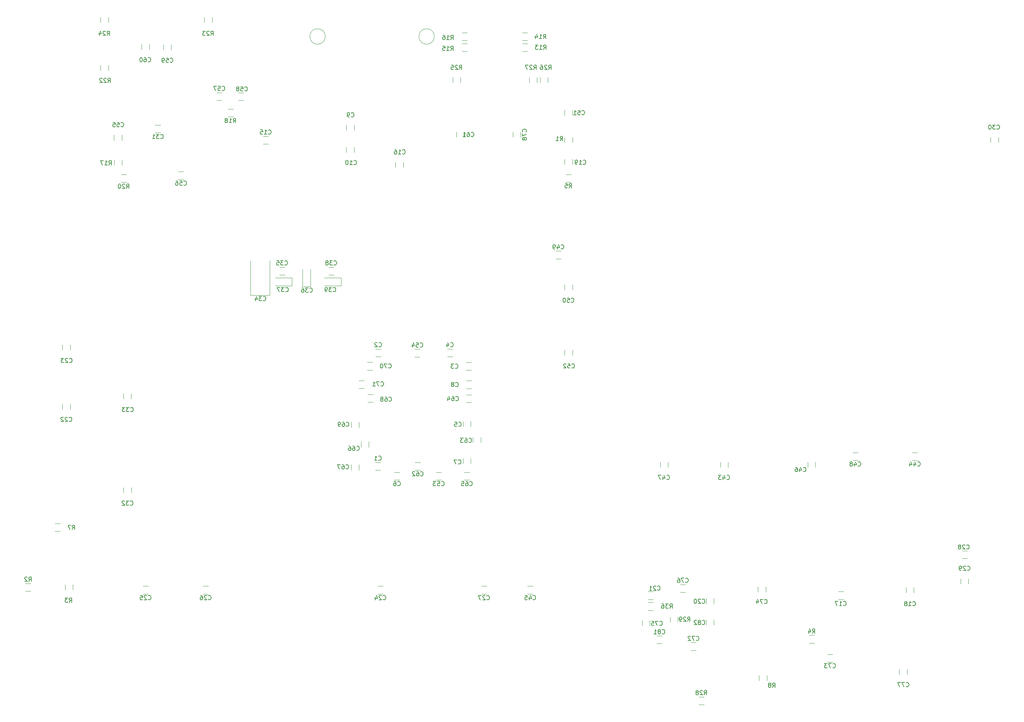
<source format=gbr>
G04 #@! TF.GenerationSoftware,KiCad,Pcbnew,5.1.5+dfsg1-2build2*
G04 #@! TF.CreationDate,2021-11-04T14:18:05+00:00*
G04 #@! TF.ProjectId,MAXI030,4d415849-3033-4302-9e6b-696361645f70,rev?*
G04 #@! TF.SameCoordinates,Original*
G04 #@! TF.FileFunction,Legend,Bot*
G04 #@! TF.FilePolarity,Positive*
%FSLAX46Y46*%
G04 Gerber Fmt 4.6, Leading zero omitted, Abs format (unit mm)*
G04 Created by KiCad (PCBNEW 5.1.5+dfsg1-2build2) date 2021-11-04 14:18:05*
%MOMM*%
%LPD*%
G04 APERTURE LIST*
%ADD10C,0.120000*%
%ADD11C,0.100000*%
%ADD12C,0.150000*%
G04 APERTURE END LIST*
D10*
X78707064Y81005000D02*
X77502936Y81005000D01*
X78707064Y82825000D02*
X77502936Y82825000D01*
X91038000Y77569436D02*
X91038000Y78773564D01*
X92858000Y77569436D02*
X92858000Y78773564D01*
X79534936Y75078000D02*
X80739064Y75078000D01*
X79534936Y73258000D02*
X80739064Y73258000D01*
X46080000Y191167936D02*
X46080000Y192372064D01*
X47900000Y191167936D02*
X47900000Y192372064D01*
X135932500Y66069936D02*
X135932500Y67274064D01*
X137752500Y66069936D02*
X137752500Y67274064D01*
X86203064Y85196000D02*
X84998936Y85196000D01*
X86203064Y87016000D02*
X84998936Y87016000D01*
X77935500Y77372936D02*
X77935500Y78577064D01*
X76115500Y77372936D02*
X76115500Y78577064D01*
X104923000Y86457064D02*
X104923000Y85252936D01*
X103103000Y86457064D02*
X103103000Y85252936D01*
X119225436Y70760000D02*
X120429564Y70760000D01*
X119225436Y68940000D02*
X120429564Y68940000D01*
X88673564Y71670500D02*
X87469436Y71670500D01*
X88673564Y73490500D02*
X87469436Y73490500D01*
X10246736Y134514000D02*
X11450864Y134514000D01*
X10246736Y132694000D02*
X11450864Y132694000D01*
X13426064Y136961200D02*
X12221936Y136961200D01*
X13426064Y138781200D02*
X12221936Y138781200D01*
X8488000Y123581536D02*
X8488000Y124785664D01*
X10308000Y123581536D02*
X10308000Y124785664D01*
X12329536Y131262800D02*
X13533664Y131262800D01*
X12329536Y129442800D02*
X13533664Y129442800D01*
X8488000Y113675536D02*
X8488000Y114879664D01*
X10308000Y113675536D02*
X10308000Y114879664D01*
X10774000Y119009536D02*
X10774000Y120213664D01*
X12594000Y119009536D02*
X12594000Y120213664D01*
X34459500Y124995564D02*
X34459500Y123791436D01*
X36279500Y124995564D02*
X36279500Y123791436D01*
X34767436Y113178000D02*
X35971564Y113178000D01*
X34767436Y111358000D02*
X35971564Y111358000D01*
X35240336Y131212000D02*
X36444464Y131212000D01*
X35240336Y129392000D02*
X36444464Y129392000D01*
X38629000Y121255064D02*
X38629000Y120050936D01*
X36809000Y121255064D02*
X36809000Y120050936D01*
X23337436Y115464000D02*
X24541564Y115464000D01*
X23337436Y113644000D02*
X24541564Y113644000D01*
X24449664Y140009200D02*
X23245536Y140009200D01*
X24449664Y141829200D02*
X23245536Y141829200D01*
X28229936Y113178000D02*
X29434064Y113178000D01*
X28229936Y111358000D02*
X29434064Y111358000D01*
X82656000Y78261936D02*
X82656000Y79466064D01*
X84476000Y78261936D02*
X84476000Y79466064D01*
X90521064Y59034000D02*
X89316936Y59034000D01*
X90521064Y60854000D02*
X89316936Y60854000D01*
X105177000Y65813564D02*
X105177000Y64609436D01*
X103357000Y65813564D02*
X103357000Y64609436D01*
X-46693500Y190472436D02*
X-46693500Y191676564D01*
X-44873500Y190472436D02*
X-44873500Y191676564D01*
X-37114564Y194013500D02*
X-35910436Y194013500D01*
X-37114564Y192193500D02*
X-35910436Y192193500D01*
X35397064Y211180000D02*
X34192936Y211180000D01*
X35397064Y213000000D02*
X34192936Y213000000D01*
X36413064Y134450500D02*
X35208936Y134450500D01*
X36413064Y132630500D02*
X35208936Y132630500D01*
X36279500Y115161436D02*
X36279500Y116365564D01*
X34459500Y115161436D02*
X34459500Y116365564D01*
X18514436Y111358000D02*
X19718564Y111358000D01*
X18514436Y113178000D02*
X19718564Y113178000D01*
X32018864Y141880000D02*
X30814736Y141880000D01*
X32018864Y140060000D02*
X30814736Y140060000D01*
X35189536Y136910400D02*
X36393664Y136910400D01*
X35189536Y138730400D02*
X36393664Y138730400D01*
X15331064Y141880000D02*
X14126936Y141880000D01*
X15331064Y140060000D02*
X14126936Y140060000D01*
X15267564Y113644000D02*
X14063436Y113644000D01*
X15267564Y115464000D02*
X14063436Y115464000D01*
X2210000Y158415000D02*
X6120000Y158415000D01*
X6120000Y158415000D02*
X6120000Y156545000D01*
X6120000Y156545000D02*
X2210000Y156545000D01*
X4412064Y160930000D02*
X3207936Y160930000D01*
X4412064Y159110000D02*
X3207936Y159110000D01*
X-9220000Y158415000D02*
X-5310000Y158415000D01*
X-5310000Y158415000D02*
X-5310000Y156545000D01*
X-5310000Y156545000D02*
X-9220000Y156545000D01*
X-970000Y160350000D02*
X-970000Y156440000D01*
X-970000Y156440000D02*
X-2840000Y156440000D01*
X-2840000Y156440000D02*
X-2840000Y160350000D01*
X-7017936Y160930000D02*
X-8222064Y160930000D01*
X-7017936Y159110000D02*
X-8222064Y159110000D01*
X-10440000Y162400000D02*
X-10440000Y154340000D01*
X-10440000Y154340000D02*
X-14960000Y154340000D01*
X-14960000Y154340000D02*
X-14960000Y162400000D01*
X18775000Y184182936D02*
X18775000Y185387064D01*
X20595000Y184182936D02*
X20595000Y185387064D01*
X32999000Y191167936D02*
X32999000Y192372064D01*
X34819000Y191167936D02*
X34819000Y192372064D01*
X-56875000Y142842064D02*
X-56875000Y141637936D01*
X-58695000Y142842064D02*
X-58695000Y141637936D01*
X-56875000Y129002064D02*
X-56875000Y127797936D01*
X-58695000Y129002064D02*
X-58695000Y127797936D01*
X35397064Y213720000D02*
X34192936Y213720000D01*
X35397064Y215540000D02*
X34192936Y215540000D01*
X48292936Y215540000D02*
X49497064Y215540000D01*
X48292936Y213720000D02*
X49497064Y213720000D01*
X51710000Y205072064D02*
X51710000Y203867936D01*
X49890000Y205072064D02*
X49890000Y203867936D01*
X54250000Y205072064D02*
X54250000Y203867936D01*
X52430000Y205072064D02*
X52430000Y203867936D01*
X32110000Y203867936D02*
X32110000Y205072064D01*
X33930000Y203867936D02*
X33930000Y205072064D01*
X-49805000Y217837936D02*
X-49805000Y219042064D01*
X-47985000Y217837936D02*
X-47985000Y219042064D01*
X-25675000Y217837936D02*
X-25675000Y219042064D01*
X-23855000Y217837936D02*
X-23855000Y219042064D01*
X-43847936Y180700000D02*
X-45052064Y180700000D01*
X-43847936Y182520000D02*
X-45052064Y182520000D01*
X-49805000Y206722436D02*
X-49805000Y207926564D01*
X-47985000Y206722436D02*
X-47985000Y207926564D01*
X-18952936Y195940000D02*
X-20157064Y195940000D01*
X-18952936Y197760000D02*
X-20157064Y197760000D01*
X-44810000Y185892064D02*
X-44810000Y184687936D01*
X-46630000Y185892064D02*
X-46630000Y184687936D01*
X-59217936Y99420000D02*
X-60422064Y99420000D01*
X-59217936Y101240000D02*
X-60422064Y101240000D01*
X58452936Y182520000D02*
X59657064Y182520000D01*
X58452936Y180700000D02*
X59657064Y180700000D01*
X116172064Y73385000D02*
X114967936Y73385000D01*
X116172064Y75205000D02*
X114967936Y75205000D01*
X48292936Y213000000D02*
X49497064Y213000000D01*
X48292936Y211180000D02*
X49497064Y211180000D01*
X-58060000Y85754936D02*
X-58060000Y86959064D01*
X-56240000Y85754936D02*
X-56240000Y86959064D01*
X-66072936Y85450000D02*
X-67277064Y85450000D01*
X-66072936Y87270000D02*
X-67277064Y87270000D01*
X59965000Y191102064D02*
X59965000Y189897936D01*
X58145000Y191102064D02*
X58145000Y189897936D01*
X-40280000Y211617936D02*
X-40280000Y212822064D01*
X-38460000Y211617936D02*
X-38460000Y212822064D01*
X-35200000Y211487936D02*
X-35200000Y212692064D01*
X-33380000Y211487936D02*
X-33380000Y212692064D01*
X-17747064Y201570000D02*
X-16542936Y201570000D01*
X-17747064Y199750000D02*
X-16542936Y199750000D01*
X-21622936Y199750000D02*
X-22827064Y199750000D01*
X-21622936Y201570000D02*
X-22827064Y201570000D01*
X-31717064Y183155000D02*
X-30512936Y183155000D01*
X-31717064Y181335000D02*
X-30512936Y181335000D01*
X59965000Y141572064D02*
X59965000Y140367936D01*
X58145000Y141572064D02*
X58145000Y140367936D01*
X59965000Y197452064D02*
X59965000Y196247936D01*
X58145000Y197452064D02*
X58145000Y196247936D01*
X59965000Y156812064D02*
X59965000Y155607936D01*
X58145000Y156812064D02*
X58145000Y155607936D01*
X57247064Y162856500D02*
X56042936Y162856500D01*
X57247064Y164676500D02*
X56042936Y164676500D01*
X125127936Y117750000D02*
X126332064Y117750000D01*
X125127936Y115930000D02*
X126332064Y115930000D01*
X82190000Y115537064D02*
X82190000Y114332936D01*
X80370000Y115537064D02*
X80370000Y114332936D01*
X116480000Y115537064D02*
X116480000Y114332936D01*
X114660000Y115537064D02*
X114660000Y114332936D01*
X49499436Y84815000D02*
X50703564Y84815000D01*
X49499436Y86635000D02*
X50703564Y86635000D01*
X138967936Y117750000D02*
X140172064Y117750000D01*
X138967936Y115930000D02*
X140172064Y115930000D01*
X96160000Y115537064D02*
X96160000Y114332936D01*
X94340000Y115537064D02*
X94340000Y114332936D01*
X-42714500Y131412064D02*
X-42714500Y130207936D01*
X-44534500Y131412064D02*
X-44534500Y130207936D01*
X-42651000Y109571064D02*
X-42651000Y108366936D01*
X-44471000Y109571064D02*
X-44471000Y108366936D01*
X159025000Y191102064D02*
X159025000Y189897936D01*
X157205000Y191102064D02*
X157205000Y189897936D01*
X152040000Y88362064D02*
X152040000Y87157936D01*
X150220000Y88362064D02*
X150220000Y87157936D01*
X150527936Y94890000D02*
X151732064Y94890000D01*
X150527936Y93070000D02*
X151732064Y93070000D01*
X38767936Y86635000D02*
X39972064Y86635000D01*
X38767936Y84815000D02*
X39972064Y84815000D01*
X-26002064Y86635000D02*
X-24797936Y86635000D01*
X-26002064Y84815000D02*
X-24797936Y84815000D01*
X-39972064Y86635000D02*
X-38767936Y86635000D01*
X-39972064Y84815000D02*
X-38767936Y84815000D01*
X14637936Y86635000D02*
X15842064Y86635000D01*
X14637936Y84815000D02*
X15842064Y84815000D01*
X78707064Y83545000D02*
X77502936Y83545000D01*
X78707064Y85365000D02*
X77502936Y85365000D01*
X92858000Y83723564D02*
X92858000Y82519436D01*
X91038000Y83723564D02*
X91038000Y82519436D01*
X59965000Y186022064D02*
X59965000Y184817936D01*
X58145000Y186022064D02*
X58145000Y184817936D01*
X137520000Y86327064D02*
X137520000Y85122936D01*
X139340000Y86327064D02*
X139340000Y85122936D01*
X121762436Y85365000D02*
X122966564Y85365000D01*
X121762436Y83545000D02*
X122966564Y83545000D01*
X-10827936Y189590000D02*
X-12032064Y189590000D01*
X-10827936Y191410000D02*
X-12032064Y191410000D01*
X7345000Y187611936D02*
X7345000Y188816064D01*
X9165000Y187611936D02*
X9165000Y188816064D01*
X9165000Y194026064D02*
X9165000Y192821936D01*
X7345000Y194026064D02*
X7345000Y192821936D01*
D11*
X2450000Y214630000D02*
G75*
G03X2450000Y214630000I-1800000J0D01*
G01*
X27820000Y214630000D02*
G75*
G03X27820000Y214630000I-1800000J0D01*
G01*
D12*
X82557857Y81462619D02*
X82891190Y81938809D01*
X83129285Y81462619D02*
X83129285Y82462619D01*
X82748333Y82462619D01*
X82653095Y82415000D01*
X82605476Y82367380D01*
X82557857Y82272142D01*
X82557857Y82129285D01*
X82605476Y82034047D01*
X82653095Y81986428D01*
X82748333Y81938809D01*
X83129285Y81938809D01*
X82224523Y82462619D02*
X81605476Y82462619D01*
X81938809Y82081666D01*
X81795952Y82081666D01*
X81700714Y82034047D01*
X81653095Y81986428D01*
X81605476Y81891190D01*
X81605476Y81653095D01*
X81653095Y81557857D01*
X81700714Y81510238D01*
X81795952Y81462619D01*
X82081666Y81462619D01*
X82176904Y81510238D01*
X82224523Y81557857D01*
X80748333Y82462619D02*
X80938809Y82462619D01*
X81034047Y82415000D01*
X81081666Y82367380D01*
X81176904Y82224523D01*
X81224523Y82034047D01*
X81224523Y81653095D01*
X81176904Y81557857D01*
X81129285Y81510238D01*
X81034047Y81462619D01*
X80843571Y81462619D01*
X80748333Y81510238D01*
X80700714Y81557857D01*
X80653095Y81653095D01*
X80653095Y81891190D01*
X80700714Y81986428D01*
X80748333Y82034047D01*
X80843571Y82081666D01*
X81034047Y82081666D01*
X81129285Y82034047D01*
X81176904Y81986428D01*
X81224523Y81891190D01*
X90114357Y77747857D02*
X90161976Y77700238D01*
X90304833Y77652619D01*
X90400071Y77652619D01*
X90542928Y77700238D01*
X90638166Y77795476D01*
X90685785Y77890714D01*
X90733404Y78081190D01*
X90733404Y78224047D01*
X90685785Y78414523D01*
X90638166Y78509761D01*
X90542928Y78605000D01*
X90400071Y78652619D01*
X90304833Y78652619D01*
X90161976Y78605000D01*
X90114357Y78557380D01*
X89542928Y78224047D02*
X89638166Y78271666D01*
X89685785Y78319285D01*
X89733404Y78414523D01*
X89733404Y78462142D01*
X89685785Y78557380D01*
X89638166Y78605000D01*
X89542928Y78652619D01*
X89352452Y78652619D01*
X89257214Y78605000D01*
X89209595Y78557380D01*
X89161976Y78462142D01*
X89161976Y78414523D01*
X89209595Y78319285D01*
X89257214Y78271666D01*
X89352452Y78224047D01*
X89542928Y78224047D01*
X89638166Y78176428D01*
X89685785Y78128809D01*
X89733404Y78033571D01*
X89733404Y77843095D01*
X89685785Y77747857D01*
X89638166Y77700238D01*
X89542928Y77652619D01*
X89352452Y77652619D01*
X89257214Y77700238D01*
X89209595Y77747857D01*
X89161976Y77843095D01*
X89161976Y78033571D01*
X89209595Y78128809D01*
X89257214Y78176428D01*
X89352452Y78224047D01*
X88781023Y78557380D02*
X88733404Y78605000D01*
X88638166Y78652619D01*
X88400071Y78652619D01*
X88304833Y78605000D01*
X88257214Y78557380D01*
X88209595Y78462142D01*
X88209595Y78366904D01*
X88257214Y78224047D01*
X88828642Y77652619D01*
X88209595Y77652619D01*
X80779857Y75588857D02*
X80827476Y75541238D01*
X80970333Y75493619D01*
X81065571Y75493619D01*
X81208428Y75541238D01*
X81303666Y75636476D01*
X81351285Y75731714D01*
X81398904Y75922190D01*
X81398904Y76065047D01*
X81351285Y76255523D01*
X81303666Y76350761D01*
X81208428Y76446000D01*
X81065571Y76493619D01*
X80970333Y76493619D01*
X80827476Y76446000D01*
X80779857Y76398380D01*
X80208428Y76065047D02*
X80303666Y76112666D01*
X80351285Y76160285D01*
X80398904Y76255523D01*
X80398904Y76303142D01*
X80351285Y76398380D01*
X80303666Y76446000D01*
X80208428Y76493619D01*
X80017952Y76493619D01*
X79922714Y76446000D01*
X79875095Y76398380D01*
X79827476Y76303142D01*
X79827476Y76255523D01*
X79875095Y76160285D01*
X79922714Y76112666D01*
X80017952Y76065047D01*
X80208428Y76065047D01*
X80303666Y76017428D01*
X80351285Y75969809D01*
X80398904Y75874571D01*
X80398904Y75684095D01*
X80351285Y75588857D01*
X80303666Y75541238D01*
X80208428Y75493619D01*
X80017952Y75493619D01*
X79922714Y75541238D01*
X79875095Y75588857D01*
X79827476Y75684095D01*
X79827476Y75874571D01*
X79875095Y75969809D01*
X79922714Y76017428D01*
X80017952Y76065047D01*
X78875095Y75493619D02*
X79446523Y75493619D01*
X79160809Y75493619D02*
X79160809Y76493619D01*
X79256047Y76350761D01*
X79351285Y76255523D01*
X79446523Y76207904D01*
X49167142Y192412857D02*
X49214761Y192460476D01*
X49262380Y192603333D01*
X49262380Y192698571D01*
X49214761Y192841428D01*
X49119523Y192936666D01*
X49024285Y192984285D01*
X48833809Y193031904D01*
X48690952Y193031904D01*
X48500476Y192984285D01*
X48405238Y192936666D01*
X48310000Y192841428D01*
X48262380Y192698571D01*
X48262380Y192603333D01*
X48310000Y192460476D01*
X48357619Y192412857D01*
X48262380Y192079523D02*
X48262380Y191412857D01*
X49262380Y191841428D01*
X48690952Y190889047D02*
X48643333Y190984285D01*
X48595714Y191031904D01*
X48500476Y191079523D01*
X48452857Y191079523D01*
X48357619Y191031904D01*
X48310000Y190984285D01*
X48262380Y190889047D01*
X48262380Y190698571D01*
X48310000Y190603333D01*
X48357619Y190555714D01*
X48452857Y190508095D01*
X48500476Y190508095D01*
X48595714Y190555714D01*
X48643333Y190603333D01*
X48690952Y190698571D01*
X48690952Y190889047D01*
X48738571Y190984285D01*
X48786190Y191031904D01*
X48881428Y191079523D01*
X49071904Y191079523D01*
X49167142Y191031904D01*
X49214761Y190984285D01*
X49262380Y190889047D01*
X49262380Y190698571D01*
X49214761Y190603333D01*
X49167142Y190555714D01*
X49071904Y190508095D01*
X48881428Y190508095D01*
X48786190Y190555714D01*
X48738571Y190603333D01*
X48690952Y190698571D01*
X137548857Y63269857D02*
X137596476Y63222238D01*
X137739333Y63174619D01*
X137834571Y63174619D01*
X137977428Y63222238D01*
X138072666Y63317476D01*
X138120285Y63412714D01*
X138167904Y63603190D01*
X138167904Y63746047D01*
X138120285Y63936523D01*
X138072666Y64031761D01*
X137977428Y64127000D01*
X137834571Y64174619D01*
X137739333Y64174619D01*
X137596476Y64127000D01*
X137548857Y64079380D01*
X137215523Y64174619D02*
X136548857Y64174619D01*
X136977428Y63174619D01*
X136263142Y64174619D02*
X135596476Y64174619D01*
X136025047Y63174619D01*
X86243857Y87568857D02*
X86291476Y87521238D01*
X86434333Y87473619D01*
X86529571Y87473619D01*
X86672428Y87521238D01*
X86767666Y87616476D01*
X86815285Y87711714D01*
X86862904Y87902190D01*
X86862904Y88045047D01*
X86815285Y88235523D01*
X86767666Y88330761D01*
X86672428Y88426000D01*
X86529571Y88473619D01*
X86434333Y88473619D01*
X86291476Y88426000D01*
X86243857Y88378380D01*
X85910523Y88473619D02*
X85243857Y88473619D01*
X85672428Y87473619D01*
X84434333Y88473619D02*
X84624809Y88473619D01*
X84720047Y88426000D01*
X84767666Y88378380D01*
X84862904Y88235523D01*
X84910523Y88045047D01*
X84910523Y87664095D01*
X84862904Y87568857D01*
X84815285Y87521238D01*
X84720047Y87473619D01*
X84529571Y87473619D01*
X84434333Y87521238D01*
X84386714Y87568857D01*
X84339095Y87664095D01*
X84339095Y87902190D01*
X84386714Y87997428D01*
X84434333Y88045047D01*
X84529571Y88092666D01*
X84720047Y88092666D01*
X84815285Y88045047D01*
X84862904Y87997428D01*
X84910523Y87902190D01*
X80208357Y77557357D02*
X80255976Y77509738D01*
X80398833Y77462119D01*
X80494071Y77462119D01*
X80636928Y77509738D01*
X80732166Y77604976D01*
X80779785Y77700214D01*
X80827404Y77890690D01*
X80827404Y78033547D01*
X80779785Y78224023D01*
X80732166Y78319261D01*
X80636928Y78414500D01*
X80494071Y78462119D01*
X80398833Y78462119D01*
X80255976Y78414500D01*
X80208357Y78366880D01*
X79875023Y78462119D02*
X79208357Y78462119D01*
X79636928Y77462119D01*
X78351214Y78462119D02*
X78827404Y78462119D01*
X78875023Y77985928D01*
X78827404Y78033547D01*
X78732166Y78081166D01*
X78494071Y78081166D01*
X78398833Y78033547D01*
X78351214Y77985928D01*
X78303595Y77890690D01*
X78303595Y77652595D01*
X78351214Y77557357D01*
X78398833Y77509738D01*
X78494071Y77462119D01*
X78732166Y77462119D01*
X78827404Y77509738D01*
X78875023Y77557357D01*
X104592357Y82637357D02*
X104639976Y82589738D01*
X104782833Y82542119D01*
X104878071Y82542119D01*
X105020928Y82589738D01*
X105116166Y82684976D01*
X105163785Y82780214D01*
X105211404Y82970690D01*
X105211404Y83113547D01*
X105163785Y83304023D01*
X105116166Y83399261D01*
X105020928Y83494500D01*
X104878071Y83542119D01*
X104782833Y83542119D01*
X104639976Y83494500D01*
X104592357Y83446880D01*
X104259023Y83542119D02*
X103592357Y83542119D01*
X104020928Y82542119D01*
X102782833Y83208785D02*
X102782833Y82542119D01*
X103020928Y83589738D02*
X103259023Y82875452D01*
X102639976Y82875452D01*
X120470357Y67672857D02*
X120517976Y67625238D01*
X120660833Y67577619D01*
X120756071Y67577619D01*
X120898928Y67625238D01*
X120994166Y67720476D01*
X121041785Y67815714D01*
X121089404Y68006190D01*
X121089404Y68149047D01*
X121041785Y68339523D01*
X120994166Y68434761D01*
X120898928Y68530000D01*
X120756071Y68577619D01*
X120660833Y68577619D01*
X120517976Y68530000D01*
X120470357Y68482380D01*
X120137023Y68577619D02*
X119470357Y68577619D01*
X119898928Y67577619D01*
X119184642Y68577619D02*
X118565595Y68577619D01*
X118898928Y68196666D01*
X118756071Y68196666D01*
X118660833Y68149047D01*
X118613214Y68101428D01*
X118565595Y68006190D01*
X118565595Y67768095D01*
X118613214Y67672857D01*
X118660833Y67625238D01*
X118756071Y67577619D01*
X119041785Y67577619D01*
X119137023Y67625238D01*
X119184642Y67672857D01*
X88714357Y74043357D02*
X88761976Y73995738D01*
X88904833Y73948119D01*
X89000071Y73948119D01*
X89142928Y73995738D01*
X89238166Y74090976D01*
X89285785Y74186214D01*
X89333404Y74376690D01*
X89333404Y74519547D01*
X89285785Y74710023D01*
X89238166Y74805261D01*
X89142928Y74900500D01*
X89000071Y74948119D01*
X88904833Y74948119D01*
X88761976Y74900500D01*
X88714357Y74852880D01*
X88381023Y74948119D02*
X87714357Y74948119D01*
X88142928Y73948119D01*
X87381023Y74852880D02*
X87333404Y74900500D01*
X87238166Y74948119D01*
X87000071Y74948119D01*
X86904833Y74900500D01*
X86857214Y74852880D01*
X86809595Y74757642D01*
X86809595Y74662404D01*
X86857214Y74519547D01*
X87428642Y73948119D01*
X86809595Y73948119D01*
X15374857Y133310357D02*
X15422476Y133262738D01*
X15565333Y133215119D01*
X15660571Y133215119D01*
X15803428Y133262738D01*
X15898666Y133357976D01*
X15946285Y133453214D01*
X15993904Y133643690D01*
X15993904Y133786547D01*
X15946285Y133977023D01*
X15898666Y134072261D01*
X15803428Y134167500D01*
X15660571Y134215119D01*
X15565333Y134215119D01*
X15422476Y134167500D01*
X15374857Y134119880D01*
X15041523Y134215119D02*
X14374857Y134215119D01*
X14803428Y133215119D01*
X13470095Y133215119D02*
X14041523Y133215119D01*
X13755809Y133215119D02*
X13755809Y134215119D01*
X13851047Y134072261D01*
X13946285Y133977023D01*
X14041523Y133929404D01*
X17152857Y137501357D02*
X17200476Y137453738D01*
X17343333Y137406119D01*
X17438571Y137406119D01*
X17581428Y137453738D01*
X17676666Y137548976D01*
X17724285Y137644214D01*
X17771904Y137834690D01*
X17771904Y137977547D01*
X17724285Y138168023D01*
X17676666Y138263261D01*
X17581428Y138358500D01*
X17438571Y138406119D01*
X17343333Y138406119D01*
X17200476Y138358500D01*
X17152857Y138310880D01*
X16819523Y138406119D02*
X16152857Y138406119D01*
X16581428Y137406119D01*
X15581428Y138406119D02*
X15486190Y138406119D01*
X15390952Y138358500D01*
X15343333Y138310880D01*
X15295714Y138215642D01*
X15248095Y138025166D01*
X15248095Y137787071D01*
X15295714Y137596595D01*
X15343333Y137501357D01*
X15390952Y137453738D01*
X15486190Y137406119D01*
X15581428Y137406119D01*
X15676666Y137453738D01*
X15724285Y137501357D01*
X15771904Y137596595D01*
X15819523Y137787071D01*
X15819523Y138025166D01*
X15771904Y138215642D01*
X15724285Y138310880D01*
X15676666Y138358500D01*
X15581428Y138406119D01*
X7310357Y123912357D02*
X7357976Y123864738D01*
X7500833Y123817119D01*
X7596071Y123817119D01*
X7738928Y123864738D01*
X7834166Y123959976D01*
X7881785Y124055214D01*
X7929404Y124245690D01*
X7929404Y124388547D01*
X7881785Y124579023D01*
X7834166Y124674261D01*
X7738928Y124769500D01*
X7596071Y124817119D01*
X7500833Y124817119D01*
X7357976Y124769500D01*
X7310357Y124721880D01*
X6453214Y124817119D02*
X6643690Y124817119D01*
X6738928Y124769500D01*
X6786547Y124721880D01*
X6881785Y124579023D01*
X6929404Y124388547D01*
X6929404Y124007595D01*
X6881785Y123912357D01*
X6834166Y123864738D01*
X6738928Y123817119D01*
X6548452Y123817119D01*
X6453214Y123864738D01*
X6405595Y123912357D01*
X6357976Y124007595D01*
X6357976Y124245690D01*
X6405595Y124340928D01*
X6453214Y124388547D01*
X6548452Y124436166D01*
X6738928Y124436166D01*
X6834166Y124388547D01*
X6881785Y124340928D01*
X6929404Y124245690D01*
X5881785Y123817119D02*
X5691309Y123817119D01*
X5596071Y123864738D01*
X5548452Y123912357D01*
X5453214Y124055214D01*
X5405595Y124245690D01*
X5405595Y124626642D01*
X5453214Y124721880D01*
X5500833Y124769500D01*
X5596071Y124817119D01*
X5786547Y124817119D01*
X5881785Y124769500D01*
X5929404Y124721880D01*
X5977023Y124626642D01*
X5977023Y124388547D01*
X5929404Y124293309D01*
X5881785Y124245690D01*
X5786547Y124198071D01*
X5596071Y124198071D01*
X5500833Y124245690D01*
X5453214Y124293309D01*
X5405595Y124388547D01*
X17216357Y129754357D02*
X17263976Y129706738D01*
X17406833Y129659119D01*
X17502071Y129659119D01*
X17644928Y129706738D01*
X17740166Y129801976D01*
X17787785Y129897214D01*
X17835404Y130087690D01*
X17835404Y130230547D01*
X17787785Y130421023D01*
X17740166Y130516261D01*
X17644928Y130611500D01*
X17502071Y130659119D01*
X17406833Y130659119D01*
X17263976Y130611500D01*
X17216357Y130563880D01*
X16359214Y130659119D02*
X16549690Y130659119D01*
X16644928Y130611500D01*
X16692547Y130563880D01*
X16787785Y130421023D01*
X16835404Y130230547D01*
X16835404Y129849595D01*
X16787785Y129754357D01*
X16740166Y129706738D01*
X16644928Y129659119D01*
X16454452Y129659119D01*
X16359214Y129706738D01*
X16311595Y129754357D01*
X16263976Y129849595D01*
X16263976Y130087690D01*
X16311595Y130182928D01*
X16359214Y130230547D01*
X16454452Y130278166D01*
X16644928Y130278166D01*
X16740166Y130230547D01*
X16787785Y130182928D01*
X16835404Y130087690D01*
X15692547Y130230547D02*
X15787785Y130278166D01*
X15835404Y130325785D01*
X15883023Y130421023D01*
X15883023Y130468642D01*
X15835404Y130563880D01*
X15787785Y130611500D01*
X15692547Y130659119D01*
X15502071Y130659119D01*
X15406833Y130611500D01*
X15359214Y130563880D01*
X15311595Y130468642D01*
X15311595Y130421023D01*
X15359214Y130325785D01*
X15406833Y130278166D01*
X15502071Y130230547D01*
X15692547Y130230547D01*
X15787785Y130182928D01*
X15835404Y130135309D01*
X15883023Y130040071D01*
X15883023Y129849595D01*
X15835404Y129754357D01*
X15787785Y129706738D01*
X15692547Y129659119D01*
X15502071Y129659119D01*
X15406833Y129706738D01*
X15359214Y129754357D01*
X15311595Y129849595D01*
X15311595Y130040071D01*
X15359214Y130135309D01*
X15406833Y130182928D01*
X15502071Y130230547D01*
X7246857Y114006357D02*
X7294476Y113958738D01*
X7437333Y113911119D01*
X7532571Y113911119D01*
X7675428Y113958738D01*
X7770666Y114053976D01*
X7818285Y114149214D01*
X7865904Y114339690D01*
X7865904Y114482547D01*
X7818285Y114673023D01*
X7770666Y114768261D01*
X7675428Y114863500D01*
X7532571Y114911119D01*
X7437333Y114911119D01*
X7294476Y114863500D01*
X7246857Y114815880D01*
X6389714Y114911119D02*
X6580190Y114911119D01*
X6675428Y114863500D01*
X6723047Y114815880D01*
X6818285Y114673023D01*
X6865904Y114482547D01*
X6865904Y114101595D01*
X6818285Y114006357D01*
X6770666Y113958738D01*
X6675428Y113911119D01*
X6484952Y113911119D01*
X6389714Y113958738D01*
X6342095Y114006357D01*
X6294476Y114101595D01*
X6294476Y114339690D01*
X6342095Y114434928D01*
X6389714Y114482547D01*
X6484952Y114530166D01*
X6675428Y114530166D01*
X6770666Y114482547D01*
X6818285Y114434928D01*
X6865904Y114339690D01*
X5961142Y114911119D02*
X5294476Y114911119D01*
X5723047Y113911119D01*
X9723357Y118324357D02*
X9770976Y118276738D01*
X9913833Y118229119D01*
X10009071Y118229119D01*
X10151928Y118276738D01*
X10247166Y118371976D01*
X10294785Y118467214D01*
X10342404Y118657690D01*
X10342404Y118800547D01*
X10294785Y118991023D01*
X10247166Y119086261D01*
X10151928Y119181500D01*
X10009071Y119229119D01*
X9913833Y119229119D01*
X9770976Y119181500D01*
X9723357Y119133880D01*
X8866214Y119229119D02*
X9056690Y119229119D01*
X9151928Y119181500D01*
X9199547Y119133880D01*
X9294785Y118991023D01*
X9342404Y118800547D01*
X9342404Y118419595D01*
X9294785Y118324357D01*
X9247166Y118276738D01*
X9151928Y118229119D01*
X8961452Y118229119D01*
X8866214Y118276738D01*
X8818595Y118324357D01*
X8770976Y118419595D01*
X8770976Y118657690D01*
X8818595Y118752928D01*
X8866214Y118800547D01*
X8961452Y118848166D01*
X9151928Y118848166D01*
X9247166Y118800547D01*
X9294785Y118752928D01*
X9342404Y118657690D01*
X7913833Y119229119D02*
X8104309Y119229119D01*
X8199547Y119181500D01*
X8247166Y119133880D01*
X8342404Y118991023D01*
X8390023Y118800547D01*
X8390023Y118419595D01*
X8342404Y118324357D01*
X8294785Y118276738D01*
X8199547Y118229119D01*
X8009071Y118229119D01*
X7913833Y118276738D01*
X7866214Y118324357D01*
X7818595Y118419595D01*
X7818595Y118657690D01*
X7866214Y118752928D01*
X7913833Y118800547D01*
X8009071Y118848166D01*
X8199547Y118848166D01*
X8294785Y118800547D01*
X8342404Y118752928D01*
X8390023Y118657690D01*
X33440666Y123912357D02*
X33488285Y123864738D01*
X33631142Y123817119D01*
X33726380Y123817119D01*
X33869238Y123864738D01*
X33964476Y123959976D01*
X34012095Y124055214D01*
X34059714Y124245690D01*
X34059714Y124388547D01*
X34012095Y124579023D01*
X33964476Y124674261D01*
X33869238Y124769500D01*
X33726380Y124817119D01*
X33631142Y124817119D01*
X33488285Y124769500D01*
X33440666Y124721880D01*
X32535904Y124817119D02*
X33012095Y124817119D01*
X33059714Y124340928D01*
X33012095Y124388547D01*
X32916857Y124436166D01*
X32678761Y124436166D01*
X32583523Y124388547D01*
X32535904Y124340928D01*
X32488285Y124245690D01*
X32488285Y124007595D01*
X32535904Y123912357D01*
X32583523Y123864738D01*
X32678761Y123817119D01*
X32916857Y123817119D01*
X33012095Y123864738D01*
X33059714Y123912357D01*
X36012357Y110090857D02*
X36059976Y110043238D01*
X36202833Y109995619D01*
X36298071Y109995619D01*
X36440928Y110043238D01*
X36536166Y110138476D01*
X36583785Y110233714D01*
X36631404Y110424190D01*
X36631404Y110567047D01*
X36583785Y110757523D01*
X36536166Y110852761D01*
X36440928Y110948000D01*
X36298071Y110995619D01*
X36202833Y110995619D01*
X36059976Y110948000D01*
X36012357Y110900380D01*
X35155214Y110995619D02*
X35345690Y110995619D01*
X35440928Y110948000D01*
X35488547Y110900380D01*
X35583785Y110757523D01*
X35631404Y110567047D01*
X35631404Y110186095D01*
X35583785Y110090857D01*
X35536166Y110043238D01*
X35440928Y109995619D01*
X35250452Y109995619D01*
X35155214Y110043238D01*
X35107595Y110090857D01*
X35059976Y110186095D01*
X35059976Y110424190D01*
X35107595Y110519428D01*
X35155214Y110567047D01*
X35250452Y110614666D01*
X35440928Y110614666D01*
X35536166Y110567047D01*
X35583785Y110519428D01*
X35631404Y110424190D01*
X34155214Y110995619D02*
X34631404Y110995619D01*
X34679023Y110519428D01*
X34631404Y110567047D01*
X34536166Y110614666D01*
X34298071Y110614666D01*
X34202833Y110567047D01*
X34155214Y110519428D01*
X34107595Y110424190D01*
X34107595Y110186095D01*
X34155214Y110090857D01*
X34202833Y110043238D01*
X34298071Y109995619D01*
X34536166Y109995619D01*
X34631404Y110043238D01*
X34679023Y110090857D01*
X32773857Y129881357D02*
X32821476Y129833738D01*
X32964333Y129786119D01*
X33059571Y129786119D01*
X33202428Y129833738D01*
X33297666Y129928976D01*
X33345285Y130024214D01*
X33392904Y130214690D01*
X33392904Y130357547D01*
X33345285Y130548023D01*
X33297666Y130643261D01*
X33202428Y130738500D01*
X33059571Y130786119D01*
X32964333Y130786119D01*
X32821476Y130738500D01*
X32773857Y130690880D01*
X31916714Y130786119D02*
X32107190Y130786119D01*
X32202428Y130738500D01*
X32250047Y130690880D01*
X32345285Y130548023D01*
X32392904Y130357547D01*
X32392904Y129976595D01*
X32345285Y129881357D01*
X32297666Y129833738D01*
X32202428Y129786119D01*
X32011952Y129786119D01*
X31916714Y129833738D01*
X31869095Y129881357D01*
X31821476Y129976595D01*
X31821476Y130214690D01*
X31869095Y130309928D01*
X31916714Y130357547D01*
X32011952Y130405166D01*
X32202428Y130405166D01*
X32297666Y130357547D01*
X32345285Y130309928D01*
X32392904Y130214690D01*
X30964333Y130452785D02*
X30964333Y129786119D01*
X31202428Y130833738D02*
X31440523Y130119452D01*
X30821476Y130119452D01*
X35821857Y120165857D02*
X35869476Y120118238D01*
X36012333Y120070619D01*
X36107571Y120070619D01*
X36250428Y120118238D01*
X36345666Y120213476D01*
X36393285Y120308714D01*
X36440904Y120499190D01*
X36440904Y120642047D01*
X36393285Y120832523D01*
X36345666Y120927761D01*
X36250428Y121023000D01*
X36107571Y121070619D01*
X36012333Y121070619D01*
X35869476Y121023000D01*
X35821857Y120975380D01*
X34964714Y121070619D02*
X35155190Y121070619D01*
X35250428Y121023000D01*
X35298047Y120975380D01*
X35393285Y120832523D01*
X35440904Y120642047D01*
X35440904Y120261095D01*
X35393285Y120165857D01*
X35345666Y120118238D01*
X35250428Y120070619D01*
X35059952Y120070619D01*
X34964714Y120118238D01*
X34917095Y120165857D01*
X34869476Y120261095D01*
X34869476Y120499190D01*
X34917095Y120594428D01*
X34964714Y120642047D01*
X35059952Y120689666D01*
X35250428Y120689666D01*
X35345666Y120642047D01*
X35393285Y120594428D01*
X35440904Y120499190D01*
X34536142Y121070619D02*
X33917095Y121070619D01*
X34250428Y120689666D01*
X34107571Y120689666D01*
X34012333Y120642047D01*
X33964714Y120594428D01*
X33917095Y120499190D01*
X33917095Y120261095D01*
X33964714Y120165857D01*
X34012333Y120118238D01*
X34107571Y120070619D01*
X34393285Y120070619D01*
X34488523Y120118238D01*
X34536142Y120165857D01*
X24582357Y112376857D02*
X24629976Y112329238D01*
X24772833Y112281619D01*
X24868071Y112281619D01*
X25010928Y112329238D01*
X25106166Y112424476D01*
X25153785Y112519714D01*
X25201404Y112710190D01*
X25201404Y112853047D01*
X25153785Y113043523D01*
X25106166Y113138761D01*
X25010928Y113234000D01*
X24868071Y113281619D01*
X24772833Y113281619D01*
X24629976Y113234000D01*
X24582357Y113186380D01*
X23725214Y113281619D02*
X23915690Y113281619D01*
X24010928Y113234000D01*
X24058547Y113186380D01*
X24153785Y113043523D01*
X24201404Y112853047D01*
X24201404Y112472095D01*
X24153785Y112376857D01*
X24106166Y112329238D01*
X24010928Y112281619D01*
X23820452Y112281619D01*
X23725214Y112329238D01*
X23677595Y112376857D01*
X23629976Y112472095D01*
X23629976Y112710190D01*
X23677595Y112805428D01*
X23725214Y112853047D01*
X23820452Y112900666D01*
X24010928Y112900666D01*
X24106166Y112853047D01*
X24153785Y112805428D01*
X24201404Y112710190D01*
X23249023Y113186380D02*
X23201404Y113234000D01*
X23106166Y113281619D01*
X22868071Y113281619D01*
X22772833Y113234000D01*
X22725214Y113186380D01*
X22677595Y113091142D01*
X22677595Y112995904D01*
X22725214Y112853047D01*
X23296642Y112281619D01*
X22677595Y112281619D01*
X24490457Y142382057D02*
X24538076Y142334438D01*
X24680933Y142286819D01*
X24776171Y142286819D01*
X24919028Y142334438D01*
X25014266Y142429676D01*
X25061885Y142524914D01*
X25109504Y142715390D01*
X25109504Y142858247D01*
X25061885Y143048723D01*
X25014266Y143143961D01*
X24919028Y143239200D01*
X24776171Y143286819D01*
X24680933Y143286819D01*
X24538076Y143239200D01*
X24490457Y143191580D01*
X23585695Y143286819D02*
X24061885Y143286819D01*
X24109504Y142810628D01*
X24061885Y142858247D01*
X23966647Y142905866D01*
X23728552Y142905866D01*
X23633314Y142858247D01*
X23585695Y142810628D01*
X23538076Y142715390D01*
X23538076Y142477295D01*
X23585695Y142382057D01*
X23633314Y142334438D01*
X23728552Y142286819D01*
X23966647Y142286819D01*
X24061885Y142334438D01*
X24109504Y142382057D01*
X22680933Y142953485D02*
X22680933Y142286819D01*
X22919028Y143334438D02*
X23157123Y142620152D01*
X22538076Y142620152D01*
X29474857Y110090857D02*
X29522476Y110043238D01*
X29665333Y109995619D01*
X29760571Y109995619D01*
X29903428Y110043238D01*
X29998666Y110138476D01*
X30046285Y110233714D01*
X30093904Y110424190D01*
X30093904Y110567047D01*
X30046285Y110757523D01*
X29998666Y110852761D01*
X29903428Y110948000D01*
X29760571Y110995619D01*
X29665333Y110995619D01*
X29522476Y110948000D01*
X29474857Y110900380D01*
X28570095Y110995619D02*
X29046285Y110995619D01*
X29093904Y110519428D01*
X29046285Y110567047D01*
X28951047Y110614666D01*
X28712952Y110614666D01*
X28617714Y110567047D01*
X28570095Y110519428D01*
X28522476Y110424190D01*
X28522476Y110186095D01*
X28570095Y110090857D01*
X28617714Y110043238D01*
X28712952Y109995619D01*
X28951047Y109995619D01*
X29046285Y110043238D01*
X29093904Y110090857D01*
X28189142Y110995619D02*
X27570095Y110995619D01*
X27903428Y110614666D01*
X27760571Y110614666D01*
X27665333Y110567047D01*
X27617714Y110519428D01*
X27570095Y110424190D01*
X27570095Y110186095D01*
X27617714Y110090857D01*
X27665333Y110043238D01*
X27760571Y109995619D01*
X28046285Y109995619D01*
X28141523Y110043238D01*
X28189142Y110090857D01*
X86685357Y78414619D02*
X87018690Y78890809D01*
X87256785Y78414619D02*
X87256785Y79414619D01*
X86875833Y79414619D01*
X86780595Y79367000D01*
X86732976Y79319380D01*
X86685357Y79224142D01*
X86685357Y79081285D01*
X86732976Y78986047D01*
X86780595Y78938428D01*
X86875833Y78890809D01*
X87256785Y78890809D01*
X86304404Y79319380D02*
X86256785Y79367000D01*
X86161547Y79414619D01*
X85923452Y79414619D01*
X85828214Y79367000D01*
X85780595Y79319380D01*
X85732976Y79224142D01*
X85732976Y79128904D01*
X85780595Y78986047D01*
X86352023Y78414619D01*
X85732976Y78414619D01*
X85256785Y78414619D02*
X85066309Y78414619D01*
X84971071Y78462238D01*
X84923452Y78509857D01*
X84828214Y78652714D01*
X84780595Y78843190D01*
X84780595Y79224142D01*
X84828214Y79319380D01*
X84875833Y79367000D01*
X84971071Y79414619D01*
X85161547Y79414619D01*
X85256785Y79367000D01*
X85304404Y79319380D01*
X85352023Y79224142D01*
X85352023Y78986047D01*
X85304404Y78890809D01*
X85256785Y78843190D01*
X85161547Y78795571D01*
X84971071Y78795571D01*
X84875833Y78843190D01*
X84828214Y78890809D01*
X84780595Y78986047D01*
X90561857Y61311619D02*
X90895190Y61787809D01*
X91133285Y61311619D02*
X91133285Y62311619D01*
X90752333Y62311619D01*
X90657095Y62264000D01*
X90609476Y62216380D01*
X90561857Y62121142D01*
X90561857Y61978285D01*
X90609476Y61883047D01*
X90657095Y61835428D01*
X90752333Y61787809D01*
X91133285Y61787809D01*
X90180904Y62216380D02*
X90133285Y62264000D01*
X90038047Y62311619D01*
X89799952Y62311619D01*
X89704714Y62264000D01*
X89657095Y62216380D01*
X89609476Y62121142D01*
X89609476Y62025904D01*
X89657095Y61883047D01*
X90228523Y61311619D01*
X89609476Y61311619D01*
X89038047Y61883047D02*
X89133285Y61930666D01*
X89180904Y61978285D01*
X89228523Y62073523D01*
X89228523Y62121142D01*
X89180904Y62216380D01*
X89133285Y62264000D01*
X89038047Y62311619D01*
X88847571Y62311619D01*
X88752333Y62264000D01*
X88704714Y62216380D01*
X88657095Y62121142D01*
X88657095Y62073523D01*
X88704714Y61978285D01*
X88752333Y61930666D01*
X88847571Y61883047D01*
X89038047Y61883047D01*
X89133285Y61835428D01*
X89180904Y61787809D01*
X89228523Y61692571D01*
X89228523Y61502095D01*
X89180904Y61406857D01*
X89133285Y61359238D01*
X89038047Y61311619D01*
X88847571Y61311619D01*
X88752333Y61359238D01*
X88704714Y61406857D01*
X88657095Y61502095D01*
X88657095Y61692571D01*
X88704714Y61787809D01*
X88752333Y61835428D01*
X88847571Y61883047D01*
X106465666Y63047619D02*
X106799000Y63523809D01*
X107037095Y63047619D02*
X107037095Y64047619D01*
X106656142Y64047619D01*
X106560904Y64000000D01*
X106513285Y63952380D01*
X106465666Y63857142D01*
X106465666Y63714285D01*
X106513285Y63619047D01*
X106560904Y63571428D01*
X106656142Y63523809D01*
X107037095Y63523809D01*
X105894238Y63619047D02*
X105989476Y63666666D01*
X106037095Y63714285D01*
X106084714Y63809523D01*
X106084714Y63857142D01*
X106037095Y63952380D01*
X105989476Y64000000D01*
X105894238Y64047619D01*
X105703761Y64047619D01*
X105608523Y64000000D01*
X105560904Y63952380D01*
X105513285Y63857142D01*
X105513285Y63809523D01*
X105560904Y63714285D01*
X105608523Y63666666D01*
X105703761Y63619047D01*
X105894238Y63619047D01*
X105989476Y63571428D01*
X106037095Y63523809D01*
X106084714Y63428571D01*
X106084714Y63238095D01*
X106037095Y63142857D01*
X105989476Y63095238D01*
X105894238Y63047619D01*
X105703761Y63047619D01*
X105608523Y63095238D01*
X105560904Y63142857D01*
X105513285Y63238095D01*
X105513285Y63428571D01*
X105560904Y63523809D01*
X105608523Y63571428D01*
X105703761Y63619047D01*
X-45077142Y193698857D02*
X-45029523Y193651238D01*
X-44886666Y193603619D01*
X-44791428Y193603619D01*
X-44648571Y193651238D01*
X-44553333Y193746476D01*
X-44505714Y193841714D01*
X-44458095Y194032190D01*
X-44458095Y194175047D01*
X-44505714Y194365523D01*
X-44553333Y194460761D01*
X-44648571Y194556000D01*
X-44791428Y194603619D01*
X-44886666Y194603619D01*
X-45029523Y194556000D01*
X-45077142Y194508380D01*
X-45981904Y194603619D02*
X-45505714Y194603619D01*
X-45458095Y194127428D01*
X-45505714Y194175047D01*
X-45600952Y194222666D01*
X-45839047Y194222666D01*
X-45934285Y194175047D01*
X-45981904Y194127428D01*
X-46029523Y194032190D01*
X-46029523Y193794095D01*
X-45981904Y193698857D01*
X-45934285Y193651238D01*
X-45839047Y193603619D01*
X-45600952Y193603619D01*
X-45505714Y193651238D01*
X-45458095Y193698857D01*
X-46934285Y194603619D02*
X-46458095Y194603619D01*
X-46410476Y194127428D01*
X-46458095Y194175047D01*
X-46553333Y194222666D01*
X-46791428Y194222666D01*
X-46886666Y194175047D01*
X-46934285Y194127428D01*
X-46981904Y194032190D01*
X-46981904Y193794095D01*
X-46934285Y193698857D01*
X-46886666Y193651238D01*
X-46791428Y193603619D01*
X-46553333Y193603619D01*
X-46458095Y193651238D01*
X-46410476Y193698857D01*
X-35869642Y190926357D02*
X-35822023Y190878738D01*
X-35679166Y190831119D01*
X-35583928Y190831119D01*
X-35441071Y190878738D01*
X-35345833Y190973976D01*
X-35298214Y191069214D01*
X-35250595Y191259690D01*
X-35250595Y191402547D01*
X-35298214Y191593023D01*
X-35345833Y191688261D01*
X-35441071Y191783500D01*
X-35583928Y191831119D01*
X-35679166Y191831119D01*
X-35822023Y191783500D01*
X-35869642Y191735880D01*
X-36202976Y191831119D02*
X-36822023Y191831119D01*
X-36488690Y191450166D01*
X-36631547Y191450166D01*
X-36726785Y191402547D01*
X-36774404Y191354928D01*
X-36822023Y191259690D01*
X-36822023Y191021595D01*
X-36774404Y190926357D01*
X-36726785Y190878738D01*
X-36631547Y190831119D01*
X-36345833Y190831119D01*
X-36250595Y190878738D01*
X-36202976Y190926357D01*
X-37774404Y190831119D02*
X-37202976Y190831119D01*
X-37488690Y190831119D02*
X-37488690Y191831119D01*
X-37393452Y191688261D01*
X-37298214Y191593023D01*
X-37202976Y191545404D01*
X31630857Y211383619D02*
X31964190Y211859809D01*
X32202285Y211383619D02*
X32202285Y212383619D01*
X31821333Y212383619D01*
X31726095Y212336000D01*
X31678476Y212288380D01*
X31630857Y212193142D01*
X31630857Y212050285D01*
X31678476Y211955047D01*
X31726095Y211907428D01*
X31821333Y211859809D01*
X32202285Y211859809D01*
X30678476Y211383619D02*
X31249904Y211383619D01*
X30964190Y211383619D02*
X30964190Y212383619D01*
X31059428Y212240761D01*
X31154666Y212145523D01*
X31249904Y212097904D01*
X29773714Y212383619D02*
X30249904Y212383619D01*
X30297523Y211907428D01*
X30249904Y211955047D01*
X30154666Y212002666D01*
X29916571Y212002666D01*
X29821333Y211955047D01*
X29773714Y211907428D01*
X29726095Y211812190D01*
X29726095Y211574095D01*
X29773714Y211478857D01*
X29821333Y211431238D01*
X29916571Y211383619D01*
X30154666Y211383619D01*
X30249904Y211431238D01*
X30297523Y211478857D01*
X32742166Y133183357D02*
X32789785Y133135738D01*
X32932642Y133088119D01*
X33027880Y133088119D01*
X33170738Y133135738D01*
X33265976Y133230976D01*
X33313595Y133326214D01*
X33361214Y133516690D01*
X33361214Y133659547D01*
X33313595Y133850023D01*
X33265976Y133945261D01*
X33170738Y134040500D01*
X33027880Y134088119D01*
X32932642Y134088119D01*
X32789785Y134040500D01*
X32742166Y133992880D01*
X32170738Y133659547D02*
X32265976Y133707166D01*
X32313595Y133754785D01*
X32361214Y133850023D01*
X32361214Y133897642D01*
X32313595Y133992880D01*
X32265976Y134040500D01*
X32170738Y134088119D01*
X31980261Y134088119D01*
X31885023Y134040500D01*
X31837404Y133992880D01*
X31789785Y133897642D01*
X31789785Y133850023D01*
X31837404Y133754785D01*
X31885023Y133707166D01*
X31980261Y133659547D01*
X32170738Y133659547D01*
X32265976Y133611928D01*
X32313595Y133564309D01*
X32361214Y133469071D01*
X32361214Y133278595D01*
X32313595Y133183357D01*
X32265976Y133135738D01*
X32170738Y133088119D01*
X31980261Y133088119D01*
X31885023Y133135738D01*
X31837404Y133183357D01*
X31789785Y133278595D01*
X31789785Y133469071D01*
X31837404Y133564309D01*
X31885023Y133611928D01*
X31980261Y133659547D01*
X33377166Y115149357D02*
X33424785Y115101738D01*
X33567642Y115054119D01*
X33662880Y115054119D01*
X33805738Y115101738D01*
X33900976Y115196976D01*
X33948595Y115292214D01*
X33996214Y115482690D01*
X33996214Y115625547D01*
X33948595Y115816023D01*
X33900976Y115911261D01*
X33805738Y116006500D01*
X33662880Y116054119D01*
X33567642Y116054119D01*
X33424785Y116006500D01*
X33377166Y115958880D01*
X33043833Y116054119D02*
X32377166Y116054119D01*
X32805738Y115054119D01*
X19283166Y110090857D02*
X19330785Y110043238D01*
X19473642Y109995619D01*
X19568880Y109995619D01*
X19711738Y110043238D01*
X19806976Y110138476D01*
X19854595Y110233714D01*
X19902214Y110424190D01*
X19902214Y110567047D01*
X19854595Y110757523D01*
X19806976Y110852761D01*
X19711738Y110948000D01*
X19568880Y110995619D01*
X19473642Y110995619D01*
X19330785Y110948000D01*
X19283166Y110900380D01*
X18426023Y110995619D02*
X18616500Y110995619D01*
X18711738Y110948000D01*
X18759357Y110900380D01*
X18854595Y110757523D01*
X18902214Y110567047D01*
X18902214Y110186095D01*
X18854595Y110090857D01*
X18806976Y110043238D01*
X18711738Y109995619D01*
X18521261Y109995619D01*
X18426023Y110043238D01*
X18378404Y110090857D01*
X18330785Y110186095D01*
X18330785Y110424190D01*
X18378404Y110519428D01*
X18426023Y110567047D01*
X18521261Y110614666D01*
X18711738Y110614666D01*
X18806976Y110567047D01*
X18854595Y110519428D01*
X18902214Y110424190D01*
X31583466Y142432857D02*
X31631085Y142385238D01*
X31773942Y142337619D01*
X31869180Y142337619D01*
X32012038Y142385238D01*
X32107276Y142480476D01*
X32154895Y142575714D01*
X32202514Y142766190D01*
X32202514Y142909047D01*
X32154895Y143099523D01*
X32107276Y143194761D01*
X32012038Y143290000D01*
X31869180Y143337619D01*
X31773942Y143337619D01*
X31631085Y143290000D01*
X31583466Y143242380D01*
X30726323Y143004285D02*
X30726323Y142337619D01*
X30964419Y143385238D02*
X31202514Y142670952D01*
X30583466Y142670952D01*
X32678666Y137437857D02*
X32726285Y137390238D01*
X32869142Y137342619D01*
X32964380Y137342619D01*
X33107238Y137390238D01*
X33202476Y137485476D01*
X33250095Y137580714D01*
X33297714Y137771190D01*
X33297714Y137914047D01*
X33250095Y138104523D01*
X33202476Y138199761D01*
X33107238Y138295000D01*
X32964380Y138342619D01*
X32869142Y138342619D01*
X32726285Y138295000D01*
X32678666Y138247380D01*
X32345333Y138342619D02*
X31726285Y138342619D01*
X32059619Y137961666D01*
X31916761Y137961666D01*
X31821523Y137914047D01*
X31773904Y137866428D01*
X31726285Y137771190D01*
X31726285Y137533095D01*
X31773904Y137437857D01*
X31821523Y137390238D01*
X31916761Y137342619D01*
X32202476Y137342619D01*
X32297714Y137390238D01*
X32345333Y137437857D01*
X14895666Y142432857D02*
X14943285Y142385238D01*
X15086142Y142337619D01*
X15181380Y142337619D01*
X15324238Y142385238D01*
X15419476Y142480476D01*
X15467095Y142575714D01*
X15514714Y142766190D01*
X15514714Y142909047D01*
X15467095Y143099523D01*
X15419476Y143194761D01*
X15324238Y143290000D01*
X15181380Y143337619D01*
X15086142Y143337619D01*
X14943285Y143290000D01*
X14895666Y143242380D01*
X14514714Y143242380D02*
X14467095Y143290000D01*
X14371857Y143337619D01*
X14133761Y143337619D01*
X14038523Y143290000D01*
X13990904Y143242380D01*
X13943285Y143147142D01*
X13943285Y143051904D01*
X13990904Y142909047D01*
X14562333Y142337619D01*
X13943285Y142337619D01*
X14832166Y116016857D02*
X14879785Y115969238D01*
X15022642Y115921619D01*
X15117880Y115921619D01*
X15260738Y115969238D01*
X15355976Y116064476D01*
X15403595Y116159714D01*
X15451214Y116350190D01*
X15451214Y116493047D01*
X15403595Y116683523D01*
X15355976Y116778761D01*
X15260738Y116874000D01*
X15117880Y116921619D01*
X15022642Y116921619D01*
X14879785Y116874000D01*
X14832166Y116826380D01*
X13879785Y115921619D02*
X14451214Y115921619D01*
X14165500Y115921619D02*
X14165500Y116921619D01*
X14260738Y116778761D01*
X14355976Y116683523D01*
X14451214Y116635904D01*
X4262357Y155281357D02*
X4309976Y155233738D01*
X4452833Y155186119D01*
X4548071Y155186119D01*
X4690928Y155233738D01*
X4786166Y155328976D01*
X4833785Y155424214D01*
X4881404Y155614690D01*
X4881404Y155757547D01*
X4833785Y155948023D01*
X4786166Y156043261D01*
X4690928Y156138500D01*
X4548071Y156186119D01*
X4452833Y156186119D01*
X4309976Y156138500D01*
X4262357Y156090880D01*
X3929023Y156186119D02*
X3309976Y156186119D01*
X3643309Y155805166D01*
X3500452Y155805166D01*
X3405214Y155757547D01*
X3357595Y155709928D01*
X3309976Y155614690D01*
X3309976Y155376595D01*
X3357595Y155281357D01*
X3405214Y155233738D01*
X3500452Y155186119D01*
X3786166Y155186119D01*
X3881404Y155233738D01*
X3929023Y155281357D01*
X2833785Y155186119D02*
X2643309Y155186119D01*
X2548071Y155233738D01*
X2500452Y155281357D01*
X2405214Y155424214D01*
X2357595Y155614690D01*
X2357595Y155995642D01*
X2405214Y156090880D01*
X2452833Y156138500D01*
X2548071Y156186119D01*
X2738547Y156186119D01*
X2833785Y156138500D01*
X2881404Y156090880D01*
X2929023Y155995642D01*
X2929023Y155757547D01*
X2881404Y155662309D01*
X2833785Y155614690D01*
X2738547Y155567071D01*
X2548071Y155567071D01*
X2452833Y155614690D01*
X2405214Y155662309D01*
X2357595Y155757547D01*
X4452857Y161482857D02*
X4500476Y161435238D01*
X4643333Y161387619D01*
X4738571Y161387619D01*
X4881428Y161435238D01*
X4976666Y161530476D01*
X5024285Y161625714D01*
X5071904Y161816190D01*
X5071904Y161959047D01*
X5024285Y162149523D01*
X4976666Y162244761D01*
X4881428Y162340000D01*
X4738571Y162387619D01*
X4643333Y162387619D01*
X4500476Y162340000D01*
X4452857Y162292380D01*
X4119523Y162387619D02*
X3500476Y162387619D01*
X3833809Y162006666D01*
X3690952Y162006666D01*
X3595714Y161959047D01*
X3548095Y161911428D01*
X3500476Y161816190D01*
X3500476Y161578095D01*
X3548095Y161482857D01*
X3595714Y161435238D01*
X3690952Y161387619D01*
X3976666Y161387619D01*
X4071904Y161435238D01*
X4119523Y161482857D01*
X2929047Y161959047D02*
X3024285Y162006666D01*
X3071904Y162054285D01*
X3119523Y162149523D01*
X3119523Y162197142D01*
X3071904Y162292380D01*
X3024285Y162340000D01*
X2929047Y162387619D01*
X2738571Y162387619D01*
X2643333Y162340000D01*
X2595714Y162292380D01*
X2548095Y162197142D01*
X2548095Y162149523D01*
X2595714Y162054285D01*
X2643333Y162006666D01*
X2738571Y161959047D01*
X2929047Y161959047D01*
X3024285Y161911428D01*
X3071904Y161863809D01*
X3119523Y161768571D01*
X3119523Y161578095D01*
X3071904Y161482857D01*
X3024285Y161435238D01*
X2929047Y161387619D01*
X2738571Y161387619D01*
X2643333Y161435238D01*
X2595714Y161482857D01*
X2548095Y161578095D01*
X2548095Y161768571D01*
X2595714Y161863809D01*
X2643333Y161911428D01*
X2738571Y161959047D01*
X-6786642Y155281357D02*
X-6739023Y155233738D01*
X-6596166Y155186119D01*
X-6500928Y155186119D01*
X-6358071Y155233738D01*
X-6262833Y155328976D01*
X-6215214Y155424214D01*
X-6167595Y155614690D01*
X-6167595Y155757547D01*
X-6215214Y155948023D01*
X-6262833Y156043261D01*
X-6358071Y156138500D01*
X-6500928Y156186119D01*
X-6596166Y156186119D01*
X-6739023Y156138500D01*
X-6786642Y156090880D01*
X-7119976Y156186119D02*
X-7739023Y156186119D01*
X-7405690Y155805166D01*
X-7548547Y155805166D01*
X-7643785Y155757547D01*
X-7691404Y155709928D01*
X-7739023Y155614690D01*
X-7739023Y155376595D01*
X-7691404Y155281357D01*
X-7643785Y155233738D01*
X-7548547Y155186119D01*
X-7262833Y155186119D01*
X-7167595Y155233738D01*
X-7119976Y155281357D01*
X-8072357Y156186119D02*
X-8739023Y156186119D01*
X-8310452Y155186119D01*
X-1198642Y155154357D02*
X-1151023Y155106738D01*
X-1008166Y155059119D01*
X-912928Y155059119D01*
X-770071Y155106738D01*
X-674833Y155201976D01*
X-627214Y155297214D01*
X-579595Y155487690D01*
X-579595Y155630547D01*
X-627214Y155821023D01*
X-674833Y155916261D01*
X-770071Y156011500D01*
X-912928Y156059119D01*
X-1008166Y156059119D01*
X-1151023Y156011500D01*
X-1198642Y155963880D01*
X-1531976Y156059119D02*
X-2151023Y156059119D01*
X-1817690Y155678166D01*
X-1960547Y155678166D01*
X-2055785Y155630547D01*
X-2103404Y155582928D01*
X-2151023Y155487690D01*
X-2151023Y155249595D01*
X-2103404Y155154357D01*
X-2055785Y155106738D01*
X-1960547Y155059119D01*
X-1674833Y155059119D01*
X-1579595Y155106738D01*
X-1531976Y155154357D01*
X-3008166Y156059119D02*
X-2817690Y156059119D01*
X-2722452Y156011500D01*
X-2674833Y155963880D01*
X-2579595Y155821023D01*
X-2531976Y155630547D01*
X-2531976Y155249595D01*
X-2579595Y155154357D01*
X-2627214Y155106738D01*
X-2722452Y155059119D01*
X-2912928Y155059119D01*
X-3008166Y155106738D01*
X-3055785Y155154357D01*
X-3103404Y155249595D01*
X-3103404Y155487690D01*
X-3055785Y155582928D01*
X-3008166Y155630547D01*
X-2912928Y155678166D01*
X-2722452Y155678166D01*
X-2627214Y155630547D01*
X-2579595Y155582928D01*
X-2531976Y155487690D01*
X-6977142Y161482857D02*
X-6929523Y161435238D01*
X-6786666Y161387619D01*
X-6691428Y161387619D01*
X-6548571Y161435238D01*
X-6453333Y161530476D01*
X-6405714Y161625714D01*
X-6358095Y161816190D01*
X-6358095Y161959047D01*
X-6405714Y162149523D01*
X-6453333Y162244761D01*
X-6548571Y162340000D01*
X-6691428Y162387619D01*
X-6786666Y162387619D01*
X-6929523Y162340000D01*
X-6977142Y162292380D01*
X-7310476Y162387619D02*
X-7929523Y162387619D01*
X-7596190Y162006666D01*
X-7739047Y162006666D01*
X-7834285Y161959047D01*
X-7881904Y161911428D01*
X-7929523Y161816190D01*
X-7929523Y161578095D01*
X-7881904Y161482857D01*
X-7834285Y161435238D01*
X-7739047Y161387619D01*
X-7453333Y161387619D01*
X-7358095Y161435238D01*
X-7310476Y161482857D01*
X-8834285Y162387619D02*
X-8358095Y162387619D01*
X-8310476Y161911428D01*
X-8358095Y161959047D01*
X-8453333Y162006666D01*
X-8691428Y162006666D01*
X-8786666Y161959047D01*
X-8834285Y161911428D01*
X-8881904Y161816190D01*
X-8881904Y161578095D01*
X-8834285Y161482857D01*
X-8786666Y161435238D01*
X-8691428Y161387619D01*
X-8453333Y161387619D01*
X-8358095Y161435238D01*
X-8310476Y161482857D01*
X-11993642Y153185857D02*
X-11946023Y153138238D01*
X-11803166Y153090619D01*
X-11707928Y153090619D01*
X-11565071Y153138238D01*
X-11469833Y153233476D01*
X-11422214Y153328714D01*
X-11374595Y153519190D01*
X-11374595Y153662047D01*
X-11422214Y153852523D01*
X-11469833Y153947761D01*
X-11565071Y154043000D01*
X-11707928Y154090619D01*
X-11803166Y154090619D01*
X-11946023Y154043000D01*
X-11993642Y153995380D01*
X-12326976Y154090619D02*
X-12946023Y154090619D01*
X-12612690Y153709666D01*
X-12755547Y153709666D01*
X-12850785Y153662047D01*
X-12898404Y153614428D01*
X-12946023Y153519190D01*
X-12946023Y153281095D01*
X-12898404Y153185857D01*
X-12850785Y153138238D01*
X-12755547Y153090619D01*
X-12469833Y153090619D01*
X-12374595Y153138238D01*
X-12326976Y153185857D01*
X-13803166Y153757285D02*
X-13803166Y153090619D01*
X-13565071Y154138238D02*
X-13326976Y153423952D01*
X-13946023Y153423952D01*
X20391357Y187348857D02*
X20438976Y187301238D01*
X20581833Y187253619D01*
X20677071Y187253619D01*
X20819928Y187301238D01*
X20915166Y187396476D01*
X20962785Y187491714D01*
X21010404Y187682190D01*
X21010404Y187825047D01*
X20962785Y188015523D01*
X20915166Y188110761D01*
X20819928Y188206000D01*
X20677071Y188253619D01*
X20581833Y188253619D01*
X20438976Y188206000D01*
X20391357Y188158380D01*
X19438976Y187253619D02*
X20010404Y187253619D01*
X19724690Y187253619D02*
X19724690Y188253619D01*
X19819928Y188110761D01*
X19915166Y188015523D01*
X20010404Y187967904D01*
X18581833Y188253619D02*
X18772309Y188253619D01*
X18867547Y188206000D01*
X18915166Y188158380D01*
X19010404Y188015523D01*
X19058023Y187825047D01*
X19058023Y187444095D01*
X19010404Y187348857D01*
X18962785Y187301238D01*
X18867547Y187253619D01*
X18677071Y187253619D01*
X18581833Y187301238D01*
X18534214Y187348857D01*
X18486595Y187444095D01*
X18486595Y187682190D01*
X18534214Y187777428D01*
X18581833Y187825047D01*
X18677071Y187872666D01*
X18867547Y187872666D01*
X18962785Y187825047D01*
X19010404Y187777428D01*
X19058023Y187682190D01*
X36371857Y191412857D02*
X36419476Y191365238D01*
X36562333Y191317619D01*
X36657571Y191317619D01*
X36800428Y191365238D01*
X36895666Y191460476D01*
X36943285Y191555714D01*
X36990904Y191746190D01*
X36990904Y191889047D01*
X36943285Y192079523D01*
X36895666Y192174761D01*
X36800428Y192270000D01*
X36657571Y192317619D01*
X36562333Y192317619D01*
X36419476Y192270000D01*
X36371857Y192222380D01*
X35514714Y192317619D02*
X35705190Y192317619D01*
X35800428Y192270000D01*
X35848047Y192222380D01*
X35943285Y192079523D01*
X35990904Y191889047D01*
X35990904Y191508095D01*
X35943285Y191412857D01*
X35895666Y191365238D01*
X35800428Y191317619D01*
X35609952Y191317619D01*
X35514714Y191365238D01*
X35467095Y191412857D01*
X35419476Y191508095D01*
X35419476Y191746190D01*
X35467095Y191841428D01*
X35514714Y191889047D01*
X35609952Y191936666D01*
X35800428Y191936666D01*
X35895666Y191889047D01*
X35943285Y191841428D01*
X35990904Y191746190D01*
X34467095Y191317619D02*
X35038523Y191317619D01*
X34752809Y191317619D02*
X34752809Y192317619D01*
X34848047Y192174761D01*
X34943285Y192079523D01*
X35038523Y192031904D01*
X-57078642Y138771357D02*
X-57031023Y138723738D01*
X-56888166Y138676119D01*
X-56792928Y138676119D01*
X-56650071Y138723738D01*
X-56554833Y138818976D01*
X-56507214Y138914214D01*
X-56459595Y139104690D01*
X-56459595Y139247547D01*
X-56507214Y139438023D01*
X-56554833Y139533261D01*
X-56650071Y139628500D01*
X-56792928Y139676119D01*
X-56888166Y139676119D01*
X-57031023Y139628500D01*
X-57078642Y139580880D01*
X-57459595Y139580880D02*
X-57507214Y139628500D01*
X-57602452Y139676119D01*
X-57840547Y139676119D01*
X-57935785Y139628500D01*
X-57983404Y139580880D01*
X-58031023Y139485642D01*
X-58031023Y139390404D01*
X-57983404Y139247547D01*
X-57411976Y138676119D01*
X-58031023Y138676119D01*
X-58364357Y139676119D02*
X-58983404Y139676119D01*
X-58650071Y139295166D01*
X-58792928Y139295166D01*
X-58888166Y139247547D01*
X-58935785Y139199928D01*
X-58983404Y139104690D01*
X-58983404Y138866595D01*
X-58935785Y138771357D01*
X-58888166Y138723738D01*
X-58792928Y138676119D01*
X-58507214Y138676119D01*
X-58411976Y138723738D01*
X-58364357Y138771357D01*
X-57142142Y125055357D02*
X-57094523Y125007738D01*
X-56951666Y124960119D01*
X-56856428Y124960119D01*
X-56713571Y125007738D01*
X-56618333Y125102976D01*
X-56570714Y125198214D01*
X-56523095Y125388690D01*
X-56523095Y125531547D01*
X-56570714Y125722023D01*
X-56618333Y125817261D01*
X-56713571Y125912500D01*
X-56856428Y125960119D01*
X-56951666Y125960119D01*
X-57094523Y125912500D01*
X-57142142Y125864880D01*
X-57523095Y125864880D02*
X-57570714Y125912500D01*
X-57665952Y125960119D01*
X-57904047Y125960119D01*
X-57999285Y125912500D01*
X-58046904Y125864880D01*
X-58094523Y125769642D01*
X-58094523Y125674404D01*
X-58046904Y125531547D01*
X-57475476Y124960119D01*
X-58094523Y124960119D01*
X-58475476Y125864880D02*
X-58523095Y125912500D01*
X-58618333Y125960119D01*
X-58856428Y125960119D01*
X-58951666Y125912500D01*
X-58999285Y125864880D01*
X-59046904Y125769642D01*
X-59046904Y125674404D01*
X-58999285Y125531547D01*
X-58427857Y124960119D01*
X-59046904Y124960119D01*
X31630857Y213923619D02*
X31964190Y214399809D01*
X32202285Y213923619D02*
X32202285Y214923619D01*
X31821333Y214923619D01*
X31726095Y214876000D01*
X31678476Y214828380D01*
X31630857Y214733142D01*
X31630857Y214590285D01*
X31678476Y214495047D01*
X31726095Y214447428D01*
X31821333Y214399809D01*
X32202285Y214399809D01*
X30678476Y213923619D02*
X31249904Y213923619D01*
X30964190Y213923619D02*
X30964190Y214923619D01*
X31059428Y214780761D01*
X31154666Y214685523D01*
X31249904Y214637904D01*
X29821333Y214923619D02*
X30011809Y214923619D01*
X30107047Y214876000D01*
X30154666Y214828380D01*
X30249904Y214685523D01*
X30297523Y214495047D01*
X30297523Y214114095D01*
X30249904Y214018857D01*
X30202285Y213971238D01*
X30107047Y213923619D01*
X29916571Y213923619D01*
X29821333Y213971238D01*
X29773714Y214018857D01*
X29726095Y214114095D01*
X29726095Y214352190D01*
X29773714Y214447428D01*
X29821333Y214495047D01*
X29916571Y214542666D01*
X30107047Y214542666D01*
X30202285Y214495047D01*
X30249904Y214447428D01*
X30297523Y214352190D01*
X53157357Y214114119D02*
X53490690Y214590309D01*
X53728785Y214114119D02*
X53728785Y215114119D01*
X53347833Y215114119D01*
X53252595Y215066500D01*
X53204976Y215018880D01*
X53157357Y214923642D01*
X53157357Y214780785D01*
X53204976Y214685547D01*
X53252595Y214637928D01*
X53347833Y214590309D01*
X53728785Y214590309D01*
X52204976Y214114119D02*
X52776404Y214114119D01*
X52490690Y214114119D02*
X52490690Y215114119D01*
X52585928Y214971261D01*
X52681166Y214876023D01*
X52776404Y214828404D01*
X51347833Y214780785D02*
X51347833Y214114119D01*
X51585928Y215161738D02*
X51824023Y214447452D01*
X51204976Y214447452D01*
X50934857Y206938619D02*
X51268190Y207414809D01*
X51506285Y206938619D02*
X51506285Y207938619D01*
X51125333Y207938619D01*
X51030095Y207891000D01*
X50982476Y207843380D01*
X50934857Y207748142D01*
X50934857Y207605285D01*
X50982476Y207510047D01*
X51030095Y207462428D01*
X51125333Y207414809D01*
X51506285Y207414809D01*
X50553904Y207843380D02*
X50506285Y207891000D01*
X50411047Y207938619D01*
X50172952Y207938619D01*
X50077714Y207891000D01*
X50030095Y207843380D01*
X49982476Y207748142D01*
X49982476Y207652904D01*
X50030095Y207510047D01*
X50601523Y206938619D01*
X49982476Y206938619D01*
X49649142Y207938619D02*
X48982476Y207938619D01*
X49411047Y206938619D01*
X54363857Y206938619D02*
X54697190Y207414809D01*
X54935285Y206938619D02*
X54935285Y207938619D01*
X54554333Y207938619D01*
X54459095Y207891000D01*
X54411476Y207843380D01*
X54363857Y207748142D01*
X54363857Y207605285D01*
X54411476Y207510047D01*
X54459095Y207462428D01*
X54554333Y207414809D01*
X54935285Y207414809D01*
X53982904Y207843380D02*
X53935285Y207891000D01*
X53840047Y207938619D01*
X53601952Y207938619D01*
X53506714Y207891000D01*
X53459095Y207843380D01*
X53411476Y207748142D01*
X53411476Y207652904D01*
X53459095Y207510047D01*
X54030523Y206938619D01*
X53411476Y206938619D01*
X52554333Y207938619D02*
X52744809Y207938619D01*
X52840047Y207891000D01*
X52887666Y207843380D01*
X52982904Y207700523D01*
X53030523Y207510047D01*
X53030523Y207129095D01*
X52982904Y207033857D01*
X52935285Y206986238D01*
X52840047Y206938619D01*
X52649571Y206938619D01*
X52554333Y206986238D01*
X52506714Y207033857D01*
X52459095Y207129095D01*
X52459095Y207367190D01*
X52506714Y207462428D01*
X52554333Y207510047D01*
X52649571Y207557666D01*
X52840047Y207557666D01*
X52935285Y207510047D01*
X52982904Y207462428D01*
X53030523Y207367190D01*
X33599357Y206938619D02*
X33932690Y207414809D01*
X34170785Y206938619D02*
X34170785Y207938619D01*
X33789833Y207938619D01*
X33694595Y207891000D01*
X33646976Y207843380D01*
X33599357Y207748142D01*
X33599357Y207605285D01*
X33646976Y207510047D01*
X33694595Y207462428D01*
X33789833Y207414809D01*
X34170785Y207414809D01*
X33218404Y207843380D02*
X33170785Y207891000D01*
X33075547Y207938619D01*
X32837452Y207938619D01*
X32742214Y207891000D01*
X32694595Y207843380D01*
X32646976Y207748142D01*
X32646976Y207652904D01*
X32694595Y207510047D01*
X33266023Y206938619D01*
X32646976Y206938619D01*
X31742214Y207938619D02*
X32218404Y207938619D01*
X32266023Y207462428D01*
X32218404Y207510047D01*
X32123166Y207557666D01*
X31885071Y207557666D01*
X31789833Y207510047D01*
X31742214Y207462428D01*
X31694595Y207367190D01*
X31694595Y207129095D01*
X31742214Y207033857D01*
X31789833Y206986238D01*
X31885071Y206938619D01*
X32123166Y206938619D01*
X32218404Y206986238D01*
X32266023Y207033857D01*
X-48315642Y214876119D02*
X-47982309Y215352309D01*
X-47744214Y214876119D02*
X-47744214Y215876119D01*
X-48125166Y215876119D01*
X-48220404Y215828500D01*
X-48268023Y215780880D01*
X-48315642Y215685642D01*
X-48315642Y215542785D01*
X-48268023Y215447547D01*
X-48220404Y215399928D01*
X-48125166Y215352309D01*
X-47744214Y215352309D01*
X-48696595Y215780880D02*
X-48744214Y215828500D01*
X-48839452Y215876119D01*
X-49077547Y215876119D01*
X-49172785Y215828500D01*
X-49220404Y215780880D01*
X-49268023Y215685642D01*
X-49268023Y215590404D01*
X-49220404Y215447547D01*
X-48648976Y214876119D01*
X-49268023Y214876119D01*
X-50125166Y215542785D02*
X-50125166Y214876119D01*
X-49887071Y215923738D02*
X-49648976Y215209452D01*
X-50268023Y215209452D01*
X-24185642Y214876119D02*
X-23852309Y215352309D01*
X-23614214Y214876119D02*
X-23614214Y215876119D01*
X-23995166Y215876119D01*
X-24090404Y215828500D01*
X-24138023Y215780880D01*
X-24185642Y215685642D01*
X-24185642Y215542785D01*
X-24138023Y215447547D01*
X-24090404Y215399928D01*
X-23995166Y215352309D01*
X-23614214Y215352309D01*
X-24566595Y215780880D02*
X-24614214Y215828500D01*
X-24709452Y215876119D01*
X-24947547Y215876119D01*
X-25042785Y215828500D01*
X-25090404Y215780880D01*
X-25138023Y215685642D01*
X-25138023Y215590404D01*
X-25090404Y215447547D01*
X-24518976Y214876119D01*
X-25138023Y214876119D01*
X-25471357Y215876119D02*
X-26090404Y215876119D01*
X-25757071Y215495166D01*
X-25899928Y215495166D01*
X-25995166Y215447547D01*
X-26042785Y215399928D01*
X-26090404Y215304690D01*
X-26090404Y215066595D01*
X-26042785Y214971357D01*
X-25995166Y214923738D01*
X-25899928Y214876119D01*
X-25614214Y214876119D01*
X-25518976Y214923738D01*
X-25471357Y214971357D01*
X-43807142Y179252619D02*
X-43473809Y179728809D01*
X-43235714Y179252619D02*
X-43235714Y180252619D01*
X-43616666Y180252619D01*
X-43711904Y180205000D01*
X-43759523Y180157380D01*
X-43807142Y180062142D01*
X-43807142Y179919285D01*
X-43759523Y179824047D01*
X-43711904Y179776428D01*
X-43616666Y179728809D01*
X-43235714Y179728809D01*
X-44188095Y180157380D02*
X-44235714Y180205000D01*
X-44330952Y180252619D01*
X-44569047Y180252619D01*
X-44664285Y180205000D01*
X-44711904Y180157380D01*
X-44759523Y180062142D01*
X-44759523Y179966904D01*
X-44711904Y179824047D01*
X-44140476Y179252619D01*
X-44759523Y179252619D01*
X-45378571Y180252619D02*
X-45473809Y180252619D01*
X-45569047Y180205000D01*
X-45616666Y180157380D01*
X-45664285Y180062142D01*
X-45711904Y179871666D01*
X-45711904Y179633571D01*
X-45664285Y179443095D01*
X-45616666Y179347857D01*
X-45569047Y179300238D01*
X-45473809Y179252619D01*
X-45378571Y179252619D01*
X-45283333Y179300238D01*
X-45235714Y179347857D01*
X-45188095Y179443095D01*
X-45140476Y179633571D01*
X-45140476Y179871666D01*
X-45188095Y180062142D01*
X-45235714Y180157380D01*
X-45283333Y180205000D01*
X-45378571Y180252619D01*
X-48125142Y203890619D02*
X-47791809Y204366809D01*
X-47553714Y203890619D02*
X-47553714Y204890619D01*
X-47934666Y204890619D01*
X-48029904Y204843000D01*
X-48077523Y204795380D01*
X-48125142Y204700142D01*
X-48125142Y204557285D01*
X-48077523Y204462047D01*
X-48029904Y204414428D01*
X-47934666Y204366809D01*
X-47553714Y204366809D01*
X-48506095Y204795380D02*
X-48553714Y204843000D01*
X-48648952Y204890619D01*
X-48887047Y204890619D01*
X-48982285Y204843000D01*
X-49029904Y204795380D01*
X-49077523Y204700142D01*
X-49077523Y204604904D01*
X-49029904Y204462047D01*
X-48458476Y203890619D01*
X-49077523Y203890619D01*
X-49458476Y204795380D02*
X-49506095Y204843000D01*
X-49601333Y204890619D01*
X-49839428Y204890619D01*
X-49934666Y204843000D01*
X-49982285Y204795380D01*
X-50029904Y204700142D01*
X-50029904Y204604904D01*
X-49982285Y204462047D01*
X-49410857Y203890619D01*
X-50029904Y203890619D01*
X-18978642Y194556119D02*
X-18645309Y195032309D01*
X-18407214Y194556119D02*
X-18407214Y195556119D01*
X-18788166Y195556119D01*
X-18883404Y195508500D01*
X-18931023Y195460880D01*
X-18978642Y195365642D01*
X-18978642Y195222785D01*
X-18931023Y195127547D01*
X-18883404Y195079928D01*
X-18788166Y195032309D01*
X-18407214Y195032309D01*
X-19931023Y194556119D02*
X-19359595Y194556119D01*
X-19645309Y194556119D02*
X-19645309Y195556119D01*
X-19550071Y195413261D01*
X-19454833Y195318023D01*
X-19359595Y195270404D01*
X-20502452Y195127547D02*
X-20407214Y195175166D01*
X-20359595Y195222785D01*
X-20311976Y195318023D01*
X-20311976Y195365642D01*
X-20359595Y195460880D01*
X-20407214Y195508500D01*
X-20502452Y195556119D01*
X-20692928Y195556119D01*
X-20788166Y195508500D01*
X-20835785Y195460880D01*
X-20883404Y195365642D01*
X-20883404Y195318023D01*
X-20835785Y195222785D01*
X-20788166Y195175166D01*
X-20692928Y195127547D01*
X-20502452Y195127547D01*
X-20407214Y195079928D01*
X-20359595Y195032309D01*
X-20311976Y194937071D01*
X-20311976Y194746595D01*
X-20359595Y194651357D01*
X-20407214Y194603738D01*
X-20502452Y194556119D01*
X-20692928Y194556119D01*
X-20788166Y194603738D01*
X-20835785Y194651357D01*
X-20883404Y194746595D01*
X-20883404Y194937071D01*
X-20835785Y195032309D01*
X-20788166Y195079928D01*
X-20692928Y195127547D01*
X-47871142Y184713619D02*
X-47537809Y185189809D01*
X-47299714Y184713619D02*
X-47299714Y185713619D01*
X-47680666Y185713619D01*
X-47775904Y185666000D01*
X-47823523Y185618380D01*
X-47871142Y185523142D01*
X-47871142Y185380285D01*
X-47823523Y185285047D01*
X-47775904Y185237428D01*
X-47680666Y185189809D01*
X-47299714Y185189809D01*
X-48823523Y184713619D02*
X-48252095Y184713619D01*
X-48537809Y184713619D02*
X-48537809Y185713619D01*
X-48442571Y185570761D01*
X-48347333Y185475523D01*
X-48252095Y185427904D01*
X-49156857Y185713619D02*
X-49823523Y185713619D01*
X-49394952Y184713619D01*
X-56411833Y99814119D02*
X-56078500Y100290309D01*
X-55840404Y99814119D02*
X-55840404Y100814119D01*
X-56221357Y100814119D01*
X-56316595Y100766500D01*
X-56364214Y100718880D01*
X-56411833Y100623642D01*
X-56411833Y100480785D01*
X-56364214Y100385547D01*
X-56316595Y100337928D01*
X-56221357Y100290309D01*
X-55840404Y100290309D01*
X-56745166Y100814119D02*
X-57411833Y100814119D01*
X-56983261Y99814119D01*
X59158166Y179379619D02*
X59491500Y179855809D01*
X59729595Y179379619D02*
X59729595Y180379619D01*
X59348642Y180379619D01*
X59253404Y180332000D01*
X59205785Y180284380D01*
X59158166Y180189142D01*
X59158166Y180046285D01*
X59205785Y179951047D01*
X59253404Y179903428D01*
X59348642Y179855809D01*
X59729595Y179855809D01*
X58253404Y180379619D02*
X58729595Y180379619D01*
X58777214Y179903428D01*
X58729595Y179951047D01*
X58634357Y179998666D01*
X58396261Y179998666D01*
X58301023Y179951047D01*
X58253404Y179903428D01*
X58205785Y179808190D01*
X58205785Y179570095D01*
X58253404Y179474857D01*
X58301023Y179427238D01*
X58396261Y179379619D01*
X58634357Y179379619D01*
X58729595Y179427238D01*
X58777214Y179474857D01*
X115736666Y75662619D02*
X116070000Y76138809D01*
X116308095Y75662619D02*
X116308095Y76662619D01*
X115927142Y76662619D01*
X115831904Y76615000D01*
X115784285Y76567380D01*
X115736666Y76472142D01*
X115736666Y76329285D01*
X115784285Y76234047D01*
X115831904Y76186428D01*
X115927142Y76138809D01*
X116308095Y76138809D01*
X114879523Y76329285D02*
X114879523Y75662619D01*
X115117619Y76710238D02*
X115355714Y75995952D01*
X114736666Y75995952D01*
X53220857Y211637619D02*
X53554190Y212113809D01*
X53792285Y211637619D02*
X53792285Y212637619D01*
X53411333Y212637619D01*
X53316095Y212590000D01*
X53268476Y212542380D01*
X53220857Y212447142D01*
X53220857Y212304285D01*
X53268476Y212209047D01*
X53316095Y212161428D01*
X53411333Y212113809D01*
X53792285Y212113809D01*
X52268476Y211637619D02*
X52839904Y211637619D01*
X52554190Y211637619D02*
X52554190Y212637619D01*
X52649428Y212494761D01*
X52744666Y212399523D01*
X52839904Y212351904D01*
X51935142Y212637619D02*
X51316095Y212637619D01*
X51649428Y212256666D01*
X51506571Y212256666D01*
X51411333Y212209047D01*
X51363714Y212161428D01*
X51316095Y212066190D01*
X51316095Y211828095D01*
X51363714Y211732857D01*
X51411333Y211685238D01*
X51506571Y211637619D01*
X51792285Y211637619D01*
X51887523Y211685238D01*
X51935142Y211732857D01*
X-57110333Y82859619D02*
X-56777000Y83335809D01*
X-56538904Y82859619D02*
X-56538904Y83859619D01*
X-56919857Y83859619D01*
X-57015095Y83812000D01*
X-57062714Y83764380D01*
X-57110333Y83669142D01*
X-57110333Y83526285D01*
X-57062714Y83431047D01*
X-57015095Y83383428D01*
X-56919857Y83335809D01*
X-56538904Y83335809D01*
X-57443666Y83859619D02*
X-58062714Y83859619D01*
X-57729380Y83478666D01*
X-57872238Y83478666D01*
X-57967476Y83431047D01*
X-58015095Y83383428D01*
X-58062714Y83288190D01*
X-58062714Y83050095D01*
X-58015095Y82954857D01*
X-57967476Y82907238D01*
X-57872238Y82859619D01*
X-57586523Y82859619D01*
X-57491285Y82907238D01*
X-57443666Y82954857D01*
X-66508333Y87727619D02*
X-66175000Y88203809D01*
X-65936904Y87727619D02*
X-65936904Y88727619D01*
X-66317857Y88727619D01*
X-66413095Y88680000D01*
X-66460714Y88632380D01*
X-66508333Y88537142D01*
X-66508333Y88394285D01*
X-66460714Y88299047D01*
X-66413095Y88251428D01*
X-66317857Y88203809D01*
X-65936904Y88203809D01*
X-66889285Y88632380D02*
X-66936904Y88680000D01*
X-67032142Y88727619D01*
X-67270238Y88727619D01*
X-67365476Y88680000D01*
X-67413095Y88632380D01*
X-67460714Y88537142D01*
X-67460714Y88441904D01*
X-67413095Y88299047D01*
X-66841666Y87727619D01*
X-67460714Y87727619D01*
X57062666Y190365119D02*
X57396000Y190841309D01*
X57634095Y190365119D02*
X57634095Y191365119D01*
X57253142Y191365119D01*
X57157904Y191317500D01*
X57110285Y191269880D01*
X57062666Y191174642D01*
X57062666Y191031785D01*
X57110285Y190936547D01*
X57157904Y190888928D01*
X57253142Y190841309D01*
X57634095Y190841309D01*
X56110285Y190365119D02*
X56681714Y190365119D01*
X56396000Y190365119D02*
X56396000Y191365119D01*
X56491238Y191222261D01*
X56586476Y191127023D01*
X56681714Y191079404D01*
X-38790642Y208811857D02*
X-38743023Y208764238D01*
X-38600166Y208716619D01*
X-38504928Y208716619D01*
X-38362071Y208764238D01*
X-38266833Y208859476D01*
X-38219214Y208954714D01*
X-38171595Y209145190D01*
X-38171595Y209288047D01*
X-38219214Y209478523D01*
X-38266833Y209573761D01*
X-38362071Y209669000D01*
X-38504928Y209716619D01*
X-38600166Y209716619D01*
X-38743023Y209669000D01*
X-38790642Y209621380D01*
X-39647785Y209716619D02*
X-39457309Y209716619D01*
X-39362071Y209669000D01*
X-39314452Y209621380D01*
X-39219214Y209478523D01*
X-39171595Y209288047D01*
X-39171595Y208907095D01*
X-39219214Y208811857D01*
X-39266833Y208764238D01*
X-39362071Y208716619D01*
X-39552547Y208716619D01*
X-39647785Y208764238D01*
X-39695404Y208811857D01*
X-39743023Y208907095D01*
X-39743023Y209145190D01*
X-39695404Y209240428D01*
X-39647785Y209288047D01*
X-39552547Y209335666D01*
X-39362071Y209335666D01*
X-39266833Y209288047D01*
X-39219214Y209240428D01*
X-39171595Y209145190D01*
X-40362071Y209716619D02*
X-40457309Y209716619D01*
X-40552547Y209669000D01*
X-40600166Y209621380D01*
X-40647785Y209526142D01*
X-40695404Y209335666D01*
X-40695404Y209097571D01*
X-40647785Y208907095D01*
X-40600166Y208811857D01*
X-40552547Y208764238D01*
X-40457309Y208716619D01*
X-40362071Y208716619D01*
X-40266833Y208764238D01*
X-40219214Y208811857D01*
X-40171595Y208907095D01*
X-40123976Y209097571D01*
X-40123976Y209335666D01*
X-40171595Y209526142D01*
X-40219214Y209621380D01*
X-40266833Y209669000D01*
X-40362071Y209716619D01*
X-33647142Y208684857D02*
X-33599523Y208637238D01*
X-33456666Y208589619D01*
X-33361428Y208589619D01*
X-33218571Y208637238D01*
X-33123333Y208732476D01*
X-33075714Y208827714D01*
X-33028095Y209018190D01*
X-33028095Y209161047D01*
X-33075714Y209351523D01*
X-33123333Y209446761D01*
X-33218571Y209542000D01*
X-33361428Y209589619D01*
X-33456666Y209589619D01*
X-33599523Y209542000D01*
X-33647142Y209494380D01*
X-34551904Y209589619D02*
X-34075714Y209589619D01*
X-34028095Y209113428D01*
X-34075714Y209161047D01*
X-34170952Y209208666D01*
X-34409047Y209208666D01*
X-34504285Y209161047D01*
X-34551904Y209113428D01*
X-34599523Y209018190D01*
X-34599523Y208780095D01*
X-34551904Y208684857D01*
X-34504285Y208637238D01*
X-34409047Y208589619D01*
X-34170952Y208589619D01*
X-34075714Y208637238D01*
X-34028095Y208684857D01*
X-35075714Y208589619D02*
X-35266190Y208589619D01*
X-35361428Y208637238D01*
X-35409047Y208684857D01*
X-35504285Y208827714D01*
X-35551904Y209018190D01*
X-35551904Y209399142D01*
X-35504285Y209494380D01*
X-35456666Y209542000D01*
X-35361428Y209589619D01*
X-35170952Y209589619D01*
X-35075714Y209542000D01*
X-35028095Y209494380D01*
X-34980476Y209399142D01*
X-34980476Y209161047D01*
X-35028095Y209065809D01*
X-35075714Y209018190D01*
X-35170952Y208970571D01*
X-35361428Y208970571D01*
X-35456666Y209018190D01*
X-35504285Y209065809D01*
X-35551904Y209161047D01*
X-16311642Y202017357D02*
X-16264023Y201969738D01*
X-16121166Y201922119D01*
X-16025928Y201922119D01*
X-15883071Y201969738D01*
X-15787833Y202064976D01*
X-15740214Y202160214D01*
X-15692595Y202350690D01*
X-15692595Y202493547D01*
X-15740214Y202684023D01*
X-15787833Y202779261D01*
X-15883071Y202874500D01*
X-16025928Y202922119D01*
X-16121166Y202922119D01*
X-16264023Y202874500D01*
X-16311642Y202826880D01*
X-17216404Y202922119D02*
X-16740214Y202922119D01*
X-16692595Y202445928D01*
X-16740214Y202493547D01*
X-16835452Y202541166D01*
X-17073547Y202541166D01*
X-17168785Y202493547D01*
X-17216404Y202445928D01*
X-17264023Y202350690D01*
X-17264023Y202112595D01*
X-17216404Y202017357D01*
X-17168785Y201969738D01*
X-17073547Y201922119D01*
X-16835452Y201922119D01*
X-16740214Y201969738D01*
X-16692595Y202017357D01*
X-17835452Y202493547D02*
X-17740214Y202541166D01*
X-17692595Y202588785D01*
X-17644976Y202684023D01*
X-17644976Y202731642D01*
X-17692595Y202826880D01*
X-17740214Y202874500D01*
X-17835452Y202922119D01*
X-18025928Y202922119D01*
X-18121166Y202874500D01*
X-18168785Y202826880D01*
X-18216404Y202731642D01*
X-18216404Y202684023D01*
X-18168785Y202588785D01*
X-18121166Y202541166D01*
X-18025928Y202493547D01*
X-17835452Y202493547D01*
X-17740214Y202445928D01*
X-17692595Y202398309D01*
X-17644976Y202303071D01*
X-17644976Y202112595D01*
X-17692595Y202017357D01*
X-17740214Y201969738D01*
X-17835452Y201922119D01*
X-18025928Y201922119D01*
X-18121166Y201969738D01*
X-18168785Y202017357D01*
X-18216404Y202112595D01*
X-18216404Y202303071D01*
X-18168785Y202398309D01*
X-18121166Y202445928D01*
X-18025928Y202493547D01*
X-21582142Y202122857D02*
X-21534523Y202075238D01*
X-21391666Y202027619D01*
X-21296428Y202027619D01*
X-21153571Y202075238D01*
X-21058333Y202170476D01*
X-21010714Y202265714D01*
X-20963095Y202456190D01*
X-20963095Y202599047D01*
X-21010714Y202789523D01*
X-21058333Y202884761D01*
X-21153571Y202980000D01*
X-21296428Y203027619D01*
X-21391666Y203027619D01*
X-21534523Y202980000D01*
X-21582142Y202932380D01*
X-22486904Y203027619D02*
X-22010714Y203027619D01*
X-21963095Y202551428D01*
X-22010714Y202599047D01*
X-22105952Y202646666D01*
X-22344047Y202646666D01*
X-22439285Y202599047D01*
X-22486904Y202551428D01*
X-22534523Y202456190D01*
X-22534523Y202218095D01*
X-22486904Y202122857D01*
X-22439285Y202075238D01*
X-22344047Y202027619D01*
X-22105952Y202027619D01*
X-22010714Y202075238D01*
X-21963095Y202122857D01*
X-22867857Y203027619D02*
X-23534523Y203027619D01*
X-23105952Y202027619D01*
X-30472142Y180067857D02*
X-30424523Y180020238D01*
X-30281666Y179972619D01*
X-30186428Y179972619D01*
X-30043571Y180020238D01*
X-29948333Y180115476D01*
X-29900714Y180210714D01*
X-29853095Y180401190D01*
X-29853095Y180544047D01*
X-29900714Y180734523D01*
X-29948333Y180829761D01*
X-30043571Y180925000D01*
X-30186428Y180972619D01*
X-30281666Y180972619D01*
X-30424523Y180925000D01*
X-30472142Y180877380D01*
X-31376904Y180972619D02*
X-30900714Y180972619D01*
X-30853095Y180496428D01*
X-30900714Y180544047D01*
X-30995952Y180591666D01*
X-31234047Y180591666D01*
X-31329285Y180544047D01*
X-31376904Y180496428D01*
X-31424523Y180401190D01*
X-31424523Y180163095D01*
X-31376904Y180067857D01*
X-31329285Y180020238D01*
X-31234047Y179972619D01*
X-30995952Y179972619D01*
X-30900714Y180020238D01*
X-30853095Y180067857D01*
X-32281666Y180972619D02*
X-32091190Y180972619D01*
X-31995952Y180925000D01*
X-31948333Y180877380D01*
X-31853095Y180734523D01*
X-31805476Y180544047D01*
X-31805476Y180163095D01*
X-31853095Y180067857D01*
X-31900714Y180020238D01*
X-31995952Y179972619D01*
X-32186428Y179972619D01*
X-32281666Y180020238D01*
X-32329285Y180067857D01*
X-32376904Y180163095D01*
X-32376904Y180401190D01*
X-32329285Y180496428D01*
X-32281666Y180544047D01*
X-32186428Y180591666D01*
X-31995952Y180591666D01*
X-31900714Y180544047D01*
X-31853095Y180496428D01*
X-31805476Y180401190D01*
X59761357Y137501357D02*
X59808976Y137453738D01*
X59951833Y137406119D01*
X60047071Y137406119D01*
X60189928Y137453738D01*
X60285166Y137548976D01*
X60332785Y137644214D01*
X60380404Y137834690D01*
X60380404Y137977547D01*
X60332785Y138168023D01*
X60285166Y138263261D01*
X60189928Y138358500D01*
X60047071Y138406119D01*
X59951833Y138406119D01*
X59808976Y138358500D01*
X59761357Y138310880D01*
X58856595Y138406119D02*
X59332785Y138406119D01*
X59380404Y137929928D01*
X59332785Y137977547D01*
X59237547Y138025166D01*
X58999452Y138025166D01*
X58904214Y137977547D01*
X58856595Y137929928D01*
X58808976Y137834690D01*
X58808976Y137596595D01*
X58856595Y137501357D01*
X58904214Y137453738D01*
X58999452Y137406119D01*
X59237547Y137406119D01*
X59332785Y137453738D01*
X59380404Y137501357D01*
X58428023Y138310880D02*
X58380404Y138358500D01*
X58285166Y138406119D01*
X58047071Y138406119D01*
X57951833Y138358500D01*
X57904214Y138310880D01*
X57856595Y138215642D01*
X57856595Y138120404D01*
X57904214Y137977547D01*
X58475642Y137406119D01*
X57856595Y137406119D01*
X62110857Y196492857D02*
X62158476Y196445238D01*
X62301333Y196397619D01*
X62396571Y196397619D01*
X62539428Y196445238D01*
X62634666Y196540476D01*
X62682285Y196635714D01*
X62729904Y196826190D01*
X62729904Y196969047D01*
X62682285Y197159523D01*
X62634666Y197254761D01*
X62539428Y197350000D01*
X62396571Y197397619D01*
X62301333Y197397619D01*
X62158476Y197350000D01*
X62110857Y197302380D01*
X61206095Y197397619D02*
X61682285Y197397619D01*
X61729904Y196921428D01*
X61682285Y196969047D01*
X61587047Y197016666D01*
X61348952Y197016666D01*
X61253714Y196969047D01*
X61206095Y196921428D01*
X61158476Y196826190D01*
X61158476Y196588095D01*
X61206095Y196492857D01*
X61253714Y196445238D01*
X61348952Y196397619D01*
X61587047Y196397619D01*
X61682285Y196445238D01*
X61729904Y196492857D01*
X60206095Y196397619D02*
X60777523Y196397619D01*
X60491809Y196397619D02*
X60491809Y197397619D01*
X60587047Y197254761D01*
X60682285Y197159523D01*
X60777523Y197111904D01*
X59634357Y152804857D02*
X59681976Y152757238D01*
X59824833Y152709619D01*
X59920071Y152709619D01*
X60062928Y152757238D01*
X60158166Y152852476D01*
X60205785Y152947714D01*
X60253404Y153138190D01*
X60253404Y153281047D01*
X60205785Y153471523D01*
X60158166Y153566761D01*
X60062928Y153662000D01*
X59920071Y153709619D01*
X59824833Y153709619D01*
X59681976Y153662000D01*
X59634357Y153614380D01*
X58729595Y153709619D02*
X59205785Y153709619D01*
X59253404Y153233428D01*
X59205785Y153281047D01*
X59110547Y153328666D01*
X58872452Y153328666D01*
X58777214Y153281047D01*
X58729595Y153233428D01*
X58681976Y153138190D01*
X58681976Y152900095D01*
X58729595Y152804857D01*
X58777214Y152757238D01*
X58872452Y152709619D01*
X59110547Y152709619D01*
X59205785Y152757238D01*
X59253404Y152804857D01*
X58062928Y153709619D02*
X57967690Y153709619D01*
X57872452Y153662000D01*
X57824833Y153614380D01*
X57777214Y153519142D01*
X57729595Y153328666D01*
X57729595Y153090571D01*
X57777214Y152900095D01*
X57824833Y152804857D01*
X57872452Y152757238D01*
X57967690Y152709619D01*
X58062928Y152709619D01*
X58158166Y152757238D01*
X58205785Y152804857D01*
X58253404Y152900095D01*
X58301023Y153090571D01*
X58301023Y153328666D01*
X58253404Y153519142D01*
X58205785Y153614380D01*
X58158166Y153662000D01*
X58062928Y153709619D01*
X57287857Y165229357D02*
X57335476Y165181738D01*
X57478333Y165134119D01*
X57573571Y165134119D01*
X57716428Y165181738D01*
X57811666Y165276976D01*
X57859285Y165372214D01*
X57906904Y165562690D01*
X57906904Y165705547D01*
X57859285Y165896023D01*
X57811666Y165991261D01*
X57716428Y166086500D01*
X57573571Y166134119D01*
X57478333Y166134119D01*
X57335476Y166086500D01*
X57287857Y166038880D01*
X56430714Y165800785D02*
X56430714Y165134119D01*
X56668809Y166181738D02*
X56906904Y165467452D01*
X56287857Y165467452D01*
X55859285Y165134119D02*
X55668809Y165134119D01*
X55573571Y165181738D01*
X55525952Y165229357D01*
X55430714Y165372214D01*
X55383095Y165562690D01*
X55383095Y165943642D01*
X55430714Y166038880D01*
X55478333Y166086500D01*
X55573571Y166134119D01*
X55764047Y166134119D01*
X55859285Y166086500D01*
X55906904Y166038880D01*
X55954523Y165943642D01*
X55954523Y165705547D01*
X55906904Y165610309D01*
X55859285Y165562690D01*
X55764047Y165515071D01*
X55573571Y165515071D01*
X55478333Y165562690D01*
X55430714Y165610309D01*
X55383095Y165705547D01*
X126372857Y114662857D02*
X126420476Y114615238D01*
X126563333Y114567619D01*
X126658571Y114567619D01*
X126801428Y114615238D01*
X126896666Y114710476D01*
X126944285Y114805714D01*
X126991904Y114996190D01*
X126991904Y115139047D01*
X126944285Y115329523D01*
X126896666Y115424761D01*
X126801428Y115520000D01*
X126658571Y115567619D01*
X126563333Y115567619D01*
X126420476Y115520000D01*
X126372857Y115472380D01*
X125515714Y115234285D02*
X125515714Y114567619D01*
X125753809Y115615238D02*
X125991904Y114900952D01*
X125372857Y114900952D01*
X124849047Y115139047D02*
X124944285Y115186666D01*
X124991904Y115234285D01*
X125039523Y115329523D01*
X125039523Y115377142D01*
X124991904Y115472380D01*
X124944285Y115520000D01*
X124849047Y115567619D01*
X124658571Y115567619D01*
X124563333Y115520000D01*
X124515714Y115472380D01*
X124468095Y115377142D01*
X124468095Y115329523D01*
X124515714Y115234285D01*
X124563333Y115186666D01*
X124658571Y115139047D01*
X124849047Y115139047D01*
X124944285Y115091428D01*
X124991904Y115043809D01*
X125039523Y114948571D01*
X125039523Y114758095D01*
X124991904Y114662857D01*
X124944285Y114615238D01*
X124849047Y114567619D01*
X124658571Y114567619D01*
X124563333Y114615238D01*
X124515714Y114662857D01*
X124468095Y114758095D01*
X124468095Y114948571D01*
X124515714Y115043809D01*
X124563333Y115091428D01*
X124658571Y115139047D01*
X81859357Y111529857D02*
X81906976Y111482238D01*
X82049833Y111434619D01*
X82145071Y111434619D01*
X82287928Y111482238D01*
X82383166Y111577476D01*
X82430785Y111672714D01*
X82478404Y111863190D01*
X82478404Y112006047D01*
X82430785Y112196523D01*
X82383166Y112291761D01*
X82287928Y112387000D01*
X82145071Y112434619D01*
X82049833Y112434619D01*
X81906976Y112387000D01*
X81859357Y112339380D01*
X81002214Y112101285D02*
X81002214Y111434619D01*
X81240309Y112482238D02*
X81478404Y111767952D01*
X80859357Y111767952D01*
X80573642Y112434619D02*
X79906976Y112434619D01*
X80335547Y111434619D01*
X113609357Y113371357D02*
X113656976Y113323738D01*
X113799833Y113276119D01*
X113895071Y113276119D01*
X114037928Y113323738D01*
X114133166Y113418976D01*
X114180785Y113514214D01*
X114228404Y113704690D01*
X114228404Y113847547D01*
X114180785Y114038023D01*
X114133166Y114133261D01*
X114037928Y114228500D01*
X113895071Y114276119D01*
X113799833Y114276119D01*
X113656976Y114228500D01*
X113609357Y114180880D01*
X112752214Y113942785D02*
X112752214Y113276119D01*
X112990309Y114323738D02*
X113228404Y113609452D01*
X112609357Y113609452D01*
X111799833Y114276119D02*
X111990309Y114276119D01*
X112085547Y114228500D01*
X112133166Y114180880D01*
X112228404Y114038023D01*
X112276023Y113847547D01*
X112276023Y113466595D01*
X112228404Y113371357D01*
X112180785Y113323738D01*
X112085547Y113276119D01*
X111895071Y113276119D01*
X111799833Y113323738D01*
X111752214Y113371357D01*
X111704595Y113466595D01*
X111704595Y113704690D01*
X111752214Y113799928D01*
X111799833Y113847547D01*
X111895071Y113895166D01*
X112085547Y113895166D01*
X112180785Y113847547D01*
X112228404Y113799928D01*
X112276023Y113704690D01*
X50744357Y83547857D02*
X50791976Y83500238D01*
X50934833Y83452619D01*
X51030071Y83452619D01*
X51172928Y83500238D01*
X51268166Y83595476D01*
X51315785Y83690714D01*
X51363404Y83881190D01*
X51363404Y84024047D01*
X51315785Y84214523D01*
X51268166Y84309761D01*
X51172928Y84405000D01*
X51030071Y84452619D01*
X50934833Y84452619D01*
X50791976Y84405000D01*
X50744357Y84357380D01*
X49887214Y84119285D02*
X49887214Y83452619D01*
X50125309Y84500238D02*
X50363404Y83785952D01*
X49744357Y83785952D01*
X48887214Y84452619D02*
X49363404Y84452619D01*
X49411023Y83976428D01*
X49363404Y84024047D01*
X49268166Y84071666D01*
X49030071Y84071666D01*
X48934833Y84024047D01*
X48887214Y83976428D01*
X48839595Y83881190D01*
X48839595Y83643095D01*
X48887214Y83547857D01*
X48934833Y83500238D01*
X49030071Y83452619D01*
X49268166Y83452619D01*
X49363404Y83500238D01*
X49411023Y83547857D01*
X140212857Y114662857D02*
X140260476Y114615238D01*
X140403333Y114567619D01*
X140498571Y114567619D01*
X140641428Y114615238D01*
X140736666Y114710476D01*
X140784285Y114805714D01*
X140831904Y114996190D01*
X140831904Y115139047D01*
X140784285Y115329523D01*
X140736666Y115424761D01*
X140641428Y115520000D01*
X140498571Y115567619D01*
X140403333Y115567619D01*
X140260476Y115520000D01*
X140212857Y115472380D01*
X139355714Y115234285D02*
X139355714Y114567619D01*
X139593809Y115615238D02*
X139831904Y114900952D01*
X139212857Y114900952D01*
X138403333Y115234285D02*
X138403333Y114567619D01*
X138641428Y115615238D02*
X138879523Y114900952D01*
X138260476Y114900952D01*
X95829357Y111529857D02*
X95876976Y111482238D01*
X96019833Y111434619D01*
X96115071Y111434619D01*
X96257928Y111482238D01*
X96353166Y111577476D01*
X96400785Y111672714D01*
X96448404Y111863190D01*
X96448404Y112006047D01*
X96400785Y112196523D01*
X96353166Y112291761D01*
X96257928Y112387000D01*
X96115071Y112434619D01*
X96019833Y112434619D01*
X95876976Y112387000D01*
X95829357Y112339380D01*
X94972214Y112101285D02*
X94972214Y111434619D01*
X95210309Y112482238D02*
X95448404Y111767952D01*
X94829357Y111767952D01*
X94543642Y112434619D02*
X93924595Y112434619D01*
X94257928Y112053666D01*
X94115071Y112053666D01*
X94019833Y112006047D01*
X93972214Y111958428D01*
X93924595Y111863190D01*
X93924595Y111625095D01*
X93972214Y111529857D01*
X94019833Y111482238D01*
X94115071Y111434619D01*
X94400785Y111434619D01*
X94496023Y111482238D01*
X94543642Y111529857D01*
X-42854642Y127341357D02*
X-42807023Y127293738D01*
X-42664166Y127246119D01*
X-42568928Y127246119D01*
X-42426071Y127293738D01*
X-42330833Y127388976D01*
X-42283214Y127484214D01*
X-42235595Y127674690D01*
X-42235595Y127817547D01*
X-42283214Y128008023D01*
X-42330833Y128103261D01*
X-42426071Y128198500D01*
X-42568928Y128246119D01*
X-42664166Y128246119D01*
X-42807023Y128198500D01*
X-42854642Y128150880D01*
X-43187976Y128246119D02*
X-43807023Y128246119D01*
X-43473690Y127865166D01*
X-43616547Y127865166D01*
X-43711785Y127817547D01*
X-43759404Y127769928D01*
X-43807023Y127674690D01*
X-43807023Y127436595D01*
X-43759404Y127341357D01*
X-43711785Y127293738D01*
X-43616547Y127246119D01*
X-43330833Y127246119D01*
X-43235595Y127293738D01*
X-43187976Y127341357D01*
X-44140357Y128246119D02*
X-44759404Y128246119D01*
X-44426071Y127865166D01*
X-44568928Y127865166D01*
X-44664166Y127817547D01*
X-44711785Y127769928D01*
X-44759404Y127674690D01*
X-44759404Y127436595D01*
X-44711785Y127341357D01*
X-44664166Y127293738D01*
X-44568928Y127246119D01*
X-44283214Y127246119D01*
X-44187976Y127293738D01*
X-44140357Y127341357D01*
X-42918142Y105560857D02*
X-42870523Y105513238D01*
X-42727666Y105465619D01*
X-42632428Y105465619D01*
X-42489571Y105513238D01*
X-42394333Y105608476D01*
X-42346714Y105703714D01*
X-42299095Y105894190D01*
X-42299095Y106037047D01*
X-42346714Y106227523D01*
X-42394333Y106322761D01*
X-42489571Y106418000D01*
X-42632428Y106465619D01*
X-42727666Y106465619D01*
X-42870523Y106418000D01*
X-42918142Y106370380D01*
X-43251476Y106465619D02*
X-43870523Y106465619D01*
X-43537190Y106084666D01*
X-43680047Y106084666D01*
X-43775285Y106037047D01*
X-43822904Y105989428D01*
X-43870523Y105894190D01*
X-43870523Y105656095D01*
X-43822904Y105560857D01*
X-43775285Y105513238D01*
X-43680047Y105465619D01*
X-43394333Y105465619D01*
X-43299095Y105513238D01*
X-43251476Y105560857D01*
X-44251476Y106370380D02*
X-44299095Y106418000D01*
X-44394333Y106465619D01*
X-44632428Y106465619D01*
X-44727666Y106418000D01*
X-44775285Y106370380D01*
X-44822904Y106275142D01*
X-44822904Y106179904D01*
X-44775285Y106037047D01*
X-44203857Y105465619D01*
X-44822904Y105465619D01*
X158630857Y193127357D02*
X158678476Y193079738D01*
X158821333Y193032119D01*
X158916571Y193032119D01*
X159059428Y193079738D01*
X159154666Y193174976D01*
X159202285Y193270214D01*
X159249904Y193460690D01*
X159249904Y193603547D01*
X159202285Y193794023D01*
X159154666Y193889261D01*
X159059428Y193984500D01*
X158916571Y194032119D01*
X158821333Y194032119D01*
X158678476Y193984500D01*
X158630857Y193936880D01*
X158297523Y194032119D02*
X157678476Y194032119D01*
X158011809Y193651166D01*
X157868952Y193651166D01*
X157773714Y193603547D01*
X157726095Y193555928D01*
X157678476Y193460690D01*
X157678476Y193222595D01*
X157726095Y193127357D01*
X157773714Y193079738D01*
X157868952Y193032119D01*
X158154666Y193032119D01*
X158249904Y193079738D01*
X158297523Y193127357D01*
X157059428Y194032119D02*
X156964190Y194032119D01*
X156868952Y193984500D01*
X156821333Y193936880D01*
X156773714Y193841642D01*
X156726095Y193651166D01*
X156726095Y193413071D01*
X156773714Y193222595D01*
X156821333Y193127357D01*
X156868952Y193079738D01*
X156964190Y193032119D01*
X157059428Y193032119D01*
X157154666Y193079738D01*
X157202285Y193127357D01*
X157249904Y193222595D01*
X157297523Y193413071D01*
X157297523Y193651166D01*
X157249904Y193841642D01*
X157202285Y193936880D01*
X157154666Y193984500D01*
X157059428Y194032119D01*
X151772857Y90384357D02*
X151820476Y90336738D01*
X151963333Y90289119D01*
X152058571Y90289119D01*
X152201428Y90336738D01*
X152296666Y90431976D01*
X152344285Y90527214D01*
X152391904Y90717690D01*
X152391904Y90860547D01*
X152344285Y91051023D01*
X152296666Y91146261D01*
X152201428Y91241500D01*
X152058571Y91289119D01*
X151963333Y91289119D01*
X151820476Y91241500D01*
X151772857Y91193880D01*
X151391904Y91193880D02*
X151344285Y91241500D01*
X151249047Y91289119D01*
X151010952Y91289119D01*
X150915714Y91241500D01*
X150868095Y91193880D01*
X150820476Y91098642D01*
X150820476Y91003404D01*
X150868095Y90860547D01*
X151439523Y90289119D01*
X150820476Y90289119D01*
X150344285Y90289119D02*
X150153809Y90289119D01*
X150058571Y90336738D01*
X150010952Y90384357D01*
X149915714Y90527214D01*
X149868095Y90717690D01*
X149868095Y91098642D01*
X149915714Y91193880D01*
X149963333Y91241500D01*
X150058571Y91289119D01*
X150249047Y91289119D01*
X150344285Y91241500D01*
X150391904Y91193880D01*
X150439523Y91098642D01*
X150439523Y90860547D01*
X150391904Y90765309D01*
X150344285Y90717690D01*
X150249047Y90670071D01*
X150058571Y90670071D01*
X149963333Y90717690D01*
X149915714Y90765309D01*
X149868095Y90860547D01*
X151582357Y95337357D02*
X151629976Y95289738D01*
X151772833Y95242119D01*
X151868071Y95242119D01*
X152010928Y95289738D01*
X152106166Y95384976D01*
X152153785Y95480214D01*
X152201404Y95670690D01*
X152201404Y95813547D01*
X152153785Y96004023D01*
X152106166Y96099261D01*
X152010928Y96194500D01*
X151868071Y96242119D01*
X151772833Y96242119D01*
X151629976Y96194500D01*
X151582357Y96146880D01*
X151201404Y96146880D02*
X151153785Y96194500D01*
X151058547Y96242119D01*
X150820452Y96242119D01*
X150725214Y96194500D01*
X150677595Y96146880D01*
X150629976Y96051642D01*
X150629976Y95956404D01*
X150677595Y95813547D01*
X151249023Y95242119D01*
X150629976Y95242119D01*
X150058547Y95813547D02*
X150153785Y95861166D01*
X150201404Y95908785D01*
X150249023Y96004023D01*
X150249023Y96051642D01*
X150201404Y96146880D01*
X150153785Y96194500D01*
X150058547Y96242119D01*
X149868071Y96242119D01*
X149772833Y96194500D01*
X149725214Y96146880D01*
X149677595Y96051642D01*
X149677595Y96004023D01*
X149725214Y95908785D01*
X149772833Y95861166D01*
X149868071Y95813547D01*
X150058547Y95813547D01*
X150153785Y95765928D01*
X150201404Y95718309D01*
X150249023Y95623071D01*
X150249023Y95432595D01*
X150201404Y95337357D01*
X150153785Y95289738D01*
X150058547Y95242119D01*
X149868071Y95242119D01*
X149772833Y95289738D01*
X149725214Y95337357D01*
X149677595Y95432595D01*
X149677595Y95623071D01*
X149725214Y95718309D01*
X149772833Y95765928D01*
X149868071Y95813547D01*
X40012857Y83526357D02*
X40060476Y83478738D01*
X40203333Y83431119D01*
X40298571Y83431119D01*
X40441428Y83478738D01*
X40536666Y83573976D01*
X40584285Y83669214D01*
X40631904Y83859690D01*
X40631904Y84002547D01*
X40584285Y84193023D01*
X40536666Y84288261D01*
X40441428Y84383500D01*
X40298571Y84431119D01*
X40203333Y84431119D01*
X40060476Y84383500D01*
X40012857Y84335880D01*
X39631904Y84335880D02*
X39584285Y84383500D01*
X39489047Y84431119D01*
X39250952Y84431119D01*
X39155714Y84383500D01*
X39108095Y84335880D01*
X39060476Y84240642D01*
X39060476Y84145404D01*
X39108095Y84002547D01*
X39679523Y83431119D01*
X39060476Y83431119D01*
X38727142Y84431119D02*
X38060476Y84431119D01*
X38489047Y83431119D01*
X-24757142Y83547857D02*
X-24709523Y83500238D01*
X-24566666Y83452619D01*
X-24471428Y83452619D01*
X-24328571Y83500238D01*
X-24233333Y83595476D01*
X-24185714Y83690714D01*
X-24138095Y83881190D01*
X-24138095Y84024047D01*
X-24185714Y84214523D01*
X-24233333Y84309761D01*
X-24328571Y84405000D01*
X-24471428Y84452619D01*
X-24566666Y84452619D01*
X-24709523Y84405000D01*
X-24757142Y84357380D01*
X-25138095Y84357380D02*
X-25185714Y84405000D01*
X-25280952Y84452619D01*
X-25519047Y84452619D01*
X-25614285Y84405000D01*
X-25661904Y84357380D01*
X-25709523Y84262142D01*
X-25709523Y84166904D01*
X-25661904Y84024047D01*
X-25090476Y83452619D01*
X-25709523Y83452619D01*
X-26566666Y84452619D02*
X-26376190Y84452619D01*
X-26280952Y84405000D01*
X-26233333Y84357380D01*
X-26138095Y84214523D01*
X-26090476Y84024047D01*
X-26090476Y83643095D01*
X-26138095Y83547857D01*
X-26185714Y83500238D01*
X-26280952Y83452619D01*
X-26471428Y83452619D01*
X-26566666Y83500238D01*
X-26614285Y83547857D01*
X-26661904Y83643095D01*
X-26661904Y83881190D01*
X-26614285Y83976428D01*
X-26566666Y84024047D01*
X-26471428Y84071666D01*
X-26280952Y84071666D01*
X-26185714Y84024047D01*
X-26138095Y83976428D01*
X-26090476Y83881190D01*
X-38727142Y83547857D02*
X-38679523Y83500238D01*
X-38536666Y83452619D01*
X-38441428Y83452619D01*
X-38298571Y83500238D01*
X-38203333Y83595476D01*
X-38155714Y83690714D01*
X-38108095Y83881190D01*
X-38108095Y84024047D01*
X-38155714Y84214523D01*
X-38203333Y84309761D01*
X-38298571Y84405000D01*
X-38441428Y84452619D01*
X-38536666Y84452619D01*
X-38679523Y84405000D01*
X-38727142Y84357380D01*
X-39108095Y84357380D02*
X-39155714Y84405000D01*
X-39250952Y84452619D01*
X-39489047Y84452619D01*
X-39584285Y84405000D01*
X-39631904Y84357380D01*
X-39679523Y84262142D01*
X-39679523Y84166904D01*
X-39631904Y84024047D01*
X-39060476Y83452619D01*
X-39679523Y83452619D01*
X-40584285Y84452619D02*
X-40108095Y84452619D01*
X-40060476Y83976428D01*
X-40108095Y84024047D01*
X-40203333Y84071666D01*
X-40441428Y84071666D01*
X-40536666Y84024047D01*
X-40584285Y83976428D01*
X-40631904Y83881190D01*
X-40631904Y83643095D01*
X-40584285Y83547857D01*
X-40536666Y83500238D01*
X-40441428Y83452619D01*
X-40203333Y83452619D01*
X-40108095Y83500238D01*
X-40060476Y83547857D01*
X15882857Y83547857D02*
X15930476Y83500238D01*
X16073333Y83452619D01*
X16168571Y83452619D01*
X16311428Y83500238D01*
X16406666Y83595476D01*
X16454285Y83690714D01*
X16501904Y83881190D01*
X16501904Y84024047D01*
X16454285Y84214523D01*
X16406666Y84309761D01*
X16311428Y84405000D01*
X16168571Y84452619D01*
X16073333Y84452619D01*
X15930476Y84405000D01*
X15882857Y84357380D01*
X15501904Y84357380D02*
X15454285Y84405000D01*
X15359047Y84452619D01*
X15120952Y84452619D01*
X15025714Y84405000D01*
X14978095Y84357380D01*
X14930476Y84262142D01*
X14930476Y84166904D01*
X14978095Y84024047D01*
X15549523Y83452619D01*
X14930476Y83452619D01*
X14073333Y84119285D02*
X14073333Y83452619D01*
X14311428Y84500238D02*
X14549523Y83785952D01*
X13930476Y83785952D01*
X79700357Y85748857D02*
X79747976Y85701238D01*
X79890833Y85653619D01*
X79986071Y85653619D01*
X80128928Y85701238D01*
X80224166Y85796476D01*
X80271785Y85891714D01*
X80319404Y86082190D01*
X80319404Y86225047D01*
X80271785Y86415523D01*
X80224166Y86510761D01*
X80128928Y86606000D01*
X79986071Y86653619D01*
X79890833Y86653619D01*
X79747976Y86606000D01*
X79700357Y86558380D01*
X79319404Y86558380D02*
X79271785Y86606000D01*
X79176547Y86653619D01*
X78938452Y86653619D01*
X78843214Y86606000D01*
X78795595Y86558380D01*
X78747976Y86463142D01*
X78747976Y86367904D01*
X78795595Y86225047D01*
X79367023Y85653619D01*
X78747976Y85653619D01*
X77795595Y85653619D02*
X78367023Y85653619D01*
X78081309Y85653619D02*
X78081309Y86653619D01*
X78176547Y86510761D01*
X78271785Y86415523D01*
X78367023Y86367904D01*
X90114357Y82700857D02*
X90161976Y82653238D01*
X90304833Y82605619D01*
X90400071Y82605619D01*
X90542928Y82653238D01*
X90638166Y82748476D01*
X90685785Y82843714D01*
X90733404Y83034190D01*
X90733404Y83177047D01*
X90685785Y83367523D01*
X90638166Y83462761D01*
X90542928Y83558000D01*
X90400071Y83605619D01*
X90304833Y83605619D01*
X90161976Y83558000D01*
X90114357Y83510380D01*
X89733404Y83510380D02*
X89685785Y83558000D01*
X89590547Y83605619D01*
X89352452Y83605619D01*
X89257214Y83558000D01*
X89209595Y83510380D01*
X89161976Y83415142D01*
X89161976Y83319904D01*
X89209595Y83177047D01*
X89781023Y82605619D01*
X89161976Y82605619D01*
X88542928Y83605619D02*
X88447690Y83605619D01*
X88352452Y83558000D01*
X88304833Y83510380D01*
X88257214Y83415142D01*
X88209595Y83224666D01*
X88209595Y82986571D01*
X88257214Y82796095D01*
X88304833Y82700857D01*
X88352452Y82653238D01*
X88447690Y82605619D01*
X88542928Y82605619D01*
X88638166Y82653238D01*
X88685785Y82700857D01*
X88733404Y82796095D01*
X88781023Y82986571D01*
X88781023Y83224666D01*
X88733404Y83415142D01*
X88685785Y83510380D01*
X88638166Y83558000D01*
X88542928Y83605619D01*
X62428357Y184935857D02*
X62475976Y184888238D01*
X62618833Y184840619D01*
X62714071Y184840619D01*
X62856928Y184888238D01*
X62952166Y184983476D01*
X62999785Y185078714D01*
X63047404Y185269190D01*
X63047404Y185412047D01*
X62999785Y185602523D01*
X62952166Y185697761D01*
X62856928Y185793000D01*
X62714071Y185840619D01*
X62618833Y185840619D01*
X62475976Y185793000D01*
X62428357Y185745380D01*
X61475976Y184840619D02*
X62047404Y184840619D01*
X61761690Y184840619D02*
X61761690Y185840619D01*
X61856928Y185697761D01*
X61952166Y185602523D01*
X62047404Y185554904D01*
X60999785Y184840619D02*
X60809309Y184840619D01*
X60714071Y184888238D01*
X60666452Y184935857D01*
X60571214Y185078714D01*
X60523595Y185269190D01*
X60523595Y185650142D01*
X60571214Y185745380D01*
X60618833Y185793000D01*
X60714071Y185840619D01*
X60904547Y185840619D01*
X60999785Y185793000D01*
X61047404Y185745380D01*
X61095023Y185650142D01*
X61095023Y185412047D01*
X61047404Y185316809D01*
X60999785Y185269190D01*
X60904547Y185221571D01*
X60714071Y185221571D01*
X60618833Y185269190D01*
X60571214Y185316809D01*
X60523595Y185412047D01*
X139072857Y82129357D02*
X139120476Y82081738D01*
X139263333Y82034119D01*
X139358571Y82034119D01*
X139501428Y82081738D01*
X139596666Y82176976D01*
X139644285Y82272214D01*
X139691904Y82462690D01*
X139691904Y82605547D01*
X139644285Y82796023D01*
X139596666Y82891261D01*
X139501428Y82986500D01*
X139358571Y83034119D01*
X139263333Y83034119D01*
X139120476Y82986500D01*
X139072857Y82938880D01*
X138120476Y82034119D02*
X138691904Y82034119D01*
X138406190Y82034119D02*
X138406190Y83034119D01*
X138501428Y82891261D01*
X138596666Y82796023D01*
X138691904Y82748404D01*
X137549047Y82605547D02*
X137644285Y82653166D01*
X137691904Y82700785D01*
X137739523Y82796023D01*
X137739523Y82843642D01*
X137691904Y82938880D01*
X137644285Y82986500D01*
X137549047Y83034119D01*
X137358571Y83034119D01*
X137263333Y82986500D01*
X137215714Y82938880D01*
X137168095Y82843642D01*
X137168095Y82796023D01*
X137215714Y82700785D01*
X137263333Y82653166D01*
X137358571Y82605547D01*
X137549047Y82605547D01*
X137644285Y82557928D01*
X137691904Y82510309D01*
X137739523Y82415071D01*
X137739523Y82224595D01*
X137691904Y82129357D01*
X137644285Y82081738D01*
X137549047Y82034119D01*
X137358571Y82034119D01*
X137263333Y82081738D01*
X137215714Y82129357D01*
X137168095Y82224595D01*
X137168095Y82415071D01*
X137215714Y82510309D01*
X137263333Y82557928D01*
X137358571Y82605547D01*
X122943857Y82192857D02*
X122991476Y82145238D01*
X123134333Y82097619D01*
X123229571Y82097619D01*
X123372428Y82145238D01*
X123467666Y82240476D01*
X123515285Y82335714D01*
X123562904Y82526190D01*
X123562904Y82669047D01*
X123515285Y82859523D01*
X123467666Y82954761D01*
X123372428Y83050000D01*
X123229571Y83097619D01*
X123134333Y83097619D01*
X122991476Y83050000D01*
X122943857Y83002380D01*
X121991476Y82097619D02*
X122562904Y82097619D01*
X122277190Y82097619D02*
X122277190Y83097619D01*
X122372428Y82954761D01*
X122467666Y82859523D01*
X122562904Y82811904D01*
X121658142Y83097619D02*
X120991476Y83097619D01*
X121420047Y82097619D01*
X-10787142Y191962857D02*
X-10739523Y191915238D01*
X-10596666Y191867619D01*
X-10501428Y191867619D01*
X-10358571Y191915238D01*
X-10263333Y192010476D01*
X-10215714Y192105714D01*
X-10168095Y192296190D01*
X-10168095Y192439047D01*
X-10215714Y192629523D01*
X-10263333Y192724761D01*
X-10358571Y192820000D01*
X-10501428Y192867619D01*
X-10596666Y192867619D01*
X-10739523Y192820000D01*
X-10787142Y192772380D01*
X-11739523Y191867619D02*
X-11168095Y191867619D01*
X-11453809Y191867619D02*
X-11453809Y192867619D01*
X-11358571Y192724761D01*
X-11263333Y192629523D01*
X-11168095Y192581904D01*
X-12644285Y192867619D02*
X-12168095Y192867619D01*
X-12120476Y192391428D01*
X-12168095Y192439047D01*
X-12263333Y192486666D01*
X-12501428Y192486666D01*
X-12596666Y192439047D01*
X-12644285Y192391428D01*
X-12691904Y192296190D01*
X-12691904Y192058095D01*
X-12644285Y191962857D01*
X-12596666Y191915238D01*
X-12501428Y191867619D01*
X-12263333Y191867619D01*
X-12168095Y191915238D01*
X-12120476Y191962857D01*
X9088357Y184872357D02*
X9135976Y184824738D01*
X9278833Y184777119D01*
X9374071Y184777119D01*
X9516928Y184824738D01*
X9612166Y184919976D01*
X9659785Y185015214D01*
X9707404Y185205690D01*
X9707404Y185348547D01*
X9659785Y185539023D01*
X9612166Y185634261D01*
X9516928Y185729500D01*
X9374071Y185777119D01*
X9278833Y185777119D01*
X9135976Y185729500D01*
X9088357Y185681880D01*
X8135976Y184777119D02*
X8707404Y184777119D01*
X8421690Y184777119D02*
X8421690Y185777119D01*
X8516928Y185634261D01*
X8612166Y185539023D01*
X8707404Y185491404D01*
X7516928Y185777119D02*
X7421690Y185777119D01*
X7326452Y185729500D01*
X7278833Y185681880D01*
X7231214Y185586642D01*
X7183595Y185396166D01*
X7183595Y185158071D01*
X7231214Y184967595D01*
X7278833Y184872357D01*
X7326452Y184824738D01*
X7421690Y184777119D01*
X7516928Y184777119D01*
X7612166Y184824738D01*
X7659785Y184872357D01*
X7707404Y184967595D01*
X7755023Y185158071D01*
X7755023Y185396166D01*
X7707404Y185586642D01*
X7659785Y185681880D01*
X7612166Y185729500D01*
X7516928Y185777119D01*
X8485166Y195984857D02*
X8532785Y195937238D01*
X8675642Y195889619D01*
X8770880Y195889619D01*
X8913738Y195937238D01*
X9008976Y196032476D01*
X9056595Y196127714D01*
X9104214Y196318190D01*
X9104214Y196461047D01*
X9056595Y196651523D01*
X9008976Y196746761D01*
X8913738Y196842000D01*
X8770880Y196889619D01*
X8675642Y196889619D01*
X8532785Y196842000D01*
X8485166Y196794380D01*
X8008976Y195889619D02*
X7818500Y195889619D01*
X7723261Y195937238D01*
X7675642Y195984857D01*
X7580404Y196127714D01*
X7532785Y196318190D01*
X7532785Y196699142D01*
X7580404Y196794380D01*
X7628023Y196842000D01*
X7723261Y196889619D01*
X7913738Y196889619D01*
X8008976Y196842000D01*
X8056595Y196794380D01*
X8104214Y196699142D01*
X8104214Y196461047D01*
X8056595Y196365809D01*
X8008976Y196318190D01*
X7913738Y196270571D01*
X7723261Y196270571D01*
X7628023Y196318190D01*
X7580404Y196365809D01*
X7532785Y196461047D01*
M02*

</source>
